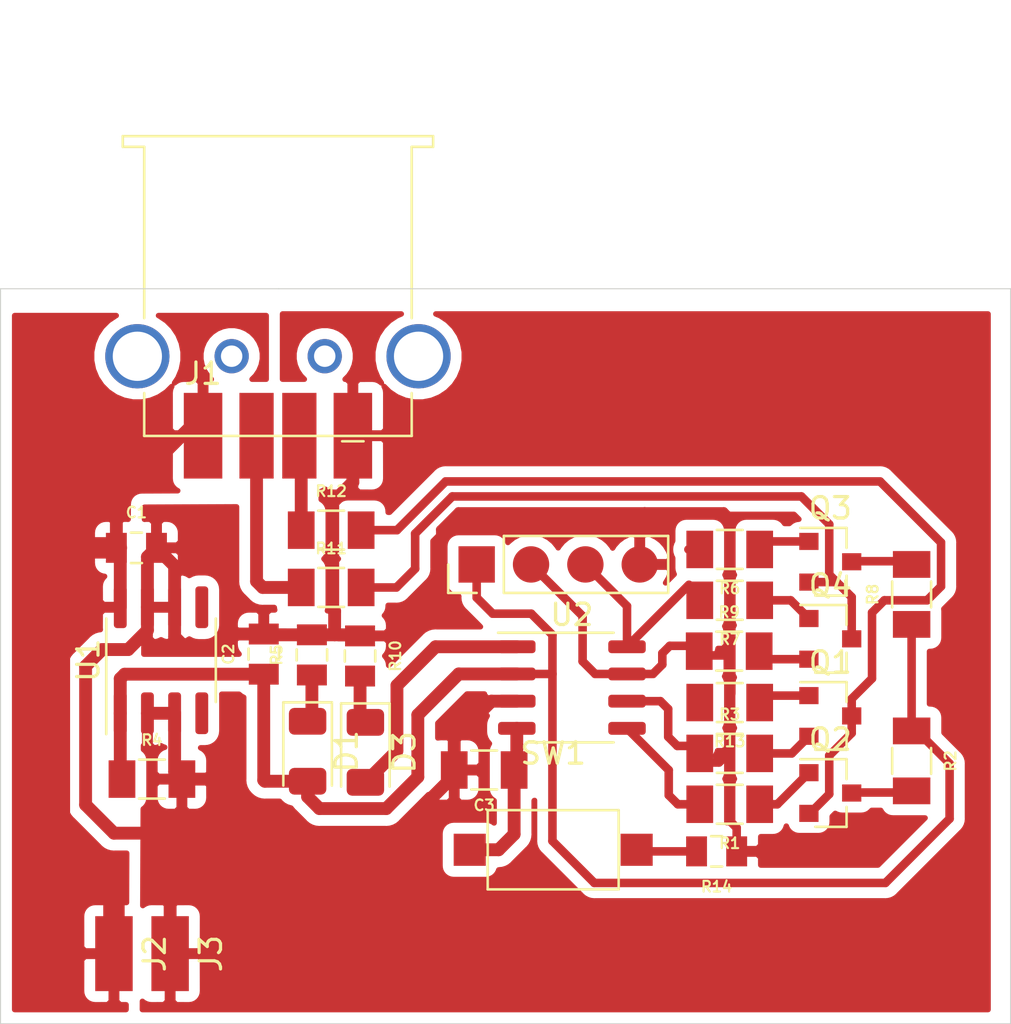
<source format=kicad_pcb>
(kicad_pcb (version 20171130) (host pcbnew "(5.1.2)-1")

  (general
    (thickness 1.6)
    (drawings 5)
    (tracks 188)
    (zones 0)
    (modules 30)
    (nets 28)
  )

  (page A4)
  (layers
    (0 F.Cu signal)
    (31 B.Cu signal)
    (32 B.Adhes user)
    (33 F.Adhes user)
    (34 B.Paste user)
    (35 F.Paste user)
    (36 B.SilkS user)
    (37 F.SilkS user hide)
    (38 B.Mask user)
    (39 F.Mask user)
    (40 Dwgs.User user)
    (41 Cmts.User user)
    (42 Eco1.User user)
    (43 Eco2.User user)
    (44 Edge.Cuts user)
    (45 Margin user)
    (46 B.CrtYd user)
    (47 F.CrtYd user)
    (48 B.Fab user)
    (49 F.Fab user)
  )

  (setup
    (last_trace_width 0.6)
    (user_trace_width 0.4)
    (user_trace_width 0.6)
    (user_trace_width 1)
    (trace_clearance 0.3)
    (zone_clearance 0.508)
    (zone_45_only no)
    (trace_min 0.2)
    (via_size 0.8)
    (via_drill 0.4)
    (via_min_size 0.4)
    (via_min_drill 0.3)
    (uvia_size 0.3)
    (uvia_drill 0.1)
    (uvias_allowed no)
    (uvia_min_size 0.2)
    (uvia_min_drill 0.1)
    (edge_width 0.05)
    (segment_width 0.2)
    (pcb_text_width 0.3)
    (pcb_text_size 1.5 1.5)
    (mod_edge_width 0.12)
    (mod_text_size 1 1)
    (mod_text_width 0.15)
    (pad_size 1.524 1.524)
    (pad_drill 0.762)
    (pad_to_mask_clearance 0.051)
    (solder_mask_min_width 0.25)
    (aux_axis_origin 0 0)
    (visible_elements 7FFFFFFF)
    (pcbplotparams
      (layerselection 0x010fc_ffffffff)
      (usegerberextensions false)
      (usegerberattributes false)
      (usegerberadvancedattributes false)
      (creategerberjobfile false)
      (excludeedgelayer true)
      (linewidth 0.100000)
      (plotframeref false)
      (viasonmask false)
      (mode 1)
      (useauxorigin false)
      (hpglpennumber 1)
      (hpglpenspeed 20)
      (hpglpendiameter 15.000000)
      (psnegative false)
      (psa4output false)
      (plotreference true)
      (plotvalue true)
      (plotinvisibletext false)
      (padsonsilk false)
      (subtractmaskfromsilk false)
      (outputformat 1)
      (mirror false)
      (drillshape 1)
      (scaleselection 1)
      (outputdirectory ""))
  )

  (net 0 "")
  (net 1 GND)
  (net 2 +12V)
  (net 3 +3V3)
  (net 4 "Net-(D1-Pad1)")
  (net 5 "Net-(D3-Pad1)")
  (net 6 "Net-(J1-Pad5)")
  (net 7 D+)
  (net 8 D-)
  (net 9 "Net-(U1-Pad5)")
  (net 10 "Net-(U1-Pad4)")
  (net 11 "Net-(Q1-Pad1)")
  (net 12 "Net-(Q1-Pad3)")
  (net 13 "Net-(R14-Pad2)")
  (net 14 4)
  (net 15 1)
  (net 16 "Net-(Q1-Pad2)")
  (net 17 "Net-(Q2-Pad3)")
  (net 18 "Net-(Q2-Pad1)")
  (net 19 "Net-(Q3-Pad3)")
  (net 20 "Net-(Q3-Pad2)")
  (net 21 "Net-(Q3-Pad1)")
  (net 22 "Net-(Q4-Pad2)")
  (net 23 "Net-(Q4-Pad1)")
  (net 24 5)
  (net 25 8)
  (net 26 7)
  (net 27 6)

  (net_class Default "To jest domyślna klasa połączeń."
    (clearance 0.3)
    (trace_width 0.25)
    (via_dia 0.8)
    (via_drill 0.4)
    (uvia_dia 0.3)
    (uvia_drill 0.1)
    (add_net +12V)
    (add_net +3V3)
    (add_net 1)
    (add_net 4)
    (add_net 5)
    (add_net 6)
    (add_net 7)
    (add_net 8)
    (add_net D+)
    (add_net D-)
    (add_net GND)
    (add_net "Net-(D1-Pad1)")
    (add_net "Net-(D3-Pad1)")
    (add_net "Net-(J1-Pad5)")
    (add_net "Net-(Q1-Pad1)")
    (add_net "Net-(Q1-Pad2)")
    (add_net "Net-(Q1-Pad3)")
    (add_net "Net-(Q2-Pad1)")
    (add_net "Net-(Q2-Pad3)")
    (add_net "Net-(Q3-Pad1)")
    (add_net "Net-(Q3-Pad2)")
    (add_net "Net-(Q3-Pad3)")
    (add_net "Net-(Q4-Pad1)")
    (add_net "Net-(Q4-Pad2)")
    (add_net "Net-(R14-Pad2)")
    (add_net "Net-(U1-Pad4)")
    (add_net "Net-(U1-Pad5)")
  )

  (module "EKOLED-Elementy pasywne:C_1206" (layer F.Cu) (tedit 5D6633F9) (tstamp 5F457B2A)
    (at 77.55 79.125 180)
    (descr "Capacitor SMD 1206 (3216 Metric), square (rectangular) end terminal, IPC_7351 nominal, (Body size source: http://www.tortai-tech.com/upload/download/2011102023233369053.pdf), generated with kicad-footprint-generator")
    (tags capacitor)
    (path /5F4CCB77)
    (attr smd)
    (fp_text reference C3 (at 0 -1.65) (layer F.SilkS)
      (effects (font (size 0.5 0.5) (thickness 0.1)))
    )
    (fp_text value C (at 0 1.65) (layer F.Fab) hide
      (effects (font (size 1 1) (thickness 0.15)))
    )
    (fp_line (start -1.6 0.8) (end -1.6 -0.8) (layer F.Fab) (width 0.1))
    (fp_line (start -1.6 -0.8) (end 1.6 -0.8) (layer F.Fab) (width 0.1))
    (fp_line (start 1.6 -0.8) (end 1.6 0.8) (layer F.Fab) (width 0.1))
    (fp_line (start 1.6 0.8) (end -1.6 0.8) (layer F.Fab) (width 0.1))
    (fp_line (start -0.602064 -0.91) (end 0.602064 -0.91) (layer F.SilkS) (width 0.12))
    (fp_line (start -0.602064 0.91) (end 0.602064 0.91) (layer F.SilkS) (width 0.12))
    (fp_line (start -2.28 1.12) (end -2.28 -1.12) (layer F.CrtYd) (width 0.05))
    (fp_line (start -2.28 -1.12) (end 2.28 -1.12) (layer F.CrtYd) (width 0.05))
    (fp_line (start 2.28 -1.12) (end 2.28 1.12) (layer F.CrtYd) (width 0.05))
    (fp_line (start 2.28 1.12) (end -2.28 1.12) (layer F.CrtYd) (width 0.05))
    (fp_text user %R (at 0 0) (layer F.Fab)
      (effects (font (size 0.5 0.5) (thickness 0.08)))
    )
    (pad 1 smd rect (at -1.4 0 180) (size 1.25 1.75) (layers F.Cu F.Paste F.Mask)
      (net 14 4))
    (pad 2 smd rect (at 1.4 0 180) (size 1.25 1.75) (layers F.Cu F.Paste F.Mask)
      (net 1 GND))
    (model "${BIBLIOTEKI}/Elementy pasywne/Modele3D/C_1206_3216Metric.step"
      (at (xyz 0 0 0))
      (scale (xyz 1 1 1))
      (rotate (xyz 0 0 0))
    )
  )

  (module "EKOLED-Złącza i przełączniki:PinHeader_1x04_P2.54mm" (layer F.Cu) (tedit 5DA6B3A3) (tstamp 5F46ED9C)
    (at 77.2 69.525 90)
    (descr "STM8 prog")
    (path /5F4AEA8E)
    (attr virtual)
    (fp_text reference J4 (at 0 -2.33 90) (layer F.SilkS) hide
      (effects (font (size 1 1) (thickness 0.15)))
    )
    (fp_text value Conn_01x04 (at 0 9.95 90) (layer F.Fab) hide
      (effects (font (size 1 1) (thickness 0.15)))
    )
    (fp_line (start -0.635 -1.27) (end 1.27 -1.27) (layer F.Fab) (width 0.1))
    (fp_line (start 1.27 -1.27) (end 1.27 8.89) (layer F.Fab) (width 0.1))
    (fp_line (start 1.27 8.89) (end -1.27 8.89) (layer F.Fab) (width 0.1))
    (fp_line (start -1.27 8.89) (end -1.27 -0.635) (layer F.Fab) (width 0.1))
    (fp_line (start -1.27 -0.635) (end -0.635 -1.27) (layer F.Fab) (width 0.1))
    (fp_line (start -1.33 8.95) (end 1.33 8.95) (layer F.SilkS) (width 0.12))
    (fp_line (start -1.33 1.27) (end -1.33 8.95) (layer F.SilkS) (width 0.12))
    (fp_line (start 1.33 1.27) (end 1.33 8.95) (layer F.SilkS) (width 0.12))
    (fp_line (start -1.33 1.27) (end 1.33 1.27) (layer F.SilkS) (width 0.12))
    (fp_line (start -1.33 0) (end -1.33 -1.33) (layer F.SilkS) (width 0.12))
    (fp_line (start -1.33 -1.33) (end 0 -1.33) (layer F.SilkS) (width 0.12))
    (fp_line (start -1.8 -1.8) (end -1.8 9.4) (layer F.CrtYd) (width 0.05))
    (fp_line (start -1.8 9.4) (end 1.8 9.4) (layer F.CrtYd) (width 0.05))
    (fp_line (start 1.8 9.4) (end 1.8 -1.8) (layer F.CrtYd) (width 0.05))
    (fp_line (start 1.8 -1.8) (end -1.8 -1.8) (layer F.CrtYd) (width 0.05))
    (fp_text user %R (at 0 3.81) (layer F.Fab) hide
      (effects (font (size 1 1) (thickness 0.15)))
    )
    (pad 1 smd rect (at 0 0 90) (size 1.7 1.7) (layers F.Cu F.Mask)
      (net 3 +3V3))
    (pad 2 smd oval (at 0 2.54 90) (size 1.7 1.7) (layers F.Cu F.Mask)
      (net 26 7))
    (pad 3 smd oval (at 0 5.08 90) (size 1.7 1.7) (layers F.Cu F.Mask)
      (net 25 8))
    (pad 4 smd oval (at 0 7.62 90) (size 1.7 1.7) (layers F.Cu F.Mask)
      (net 1 GND))
  )

  (module Package_SO:SO-8_3.9x4.9mm_P1.27mm (layer F.Cu) (tedit 5C509AD1) (tstamp 5F463F32)
    (at 81.65 75.275)
    (descr "SO, 8 Pin (https://www.nxp.com/docs/en/data-sheet/PCF8523.pdf), generated with kicad-footprint-generator ipc_gullwing_generator.py")
    (tags "SO SO")
    (path /5F46967E)
    (attr smd)
    (fp_text reference U2 (at 0 -3.4) (layer F.SilkS)
      (effects (font (size 1 1) (thickness 0.15)))
    )
    (fp_text value STM32G030J6 (at 0 3.4) (layer F.Fab)
      (effects (font (size 1 1) (thickness 0.15)))
    )
    (fp_text user %R (at 0 0) (layer F.Fab)
      (effects (font (size 0.98 0.98) (thickness 0.15)))
    )
    (fp_line (start 3.7 -2.7) (end -3.7 -2.7) (layer F.CrtYd) (width 0.05))
    (fp_line (start 3.7 2.7) (end 3.7 -2.7) (layer F.CrtYd) (width 0.05))
    (fp_line (start -3.7 2.7) (end 3.7 2.7) (layer F.CrtYd) (width 0.05))
    (fp_line (start -3.7 -2.7) (end -3.7 2.7) (layer F.CrtYd) (width 0.05))
    (fp_line (start -1.95 -1.475) (end -0.975 -2.45) (layer F.Fab) (width 0.1))
    (fp_line (start -1.95 2.45) (end -1.95 -1.475) (layer F.Fab) (width 0.1))
    (fp_line (start 1.95 2.45) (end -1.95 2.45) (layer F.Fab) (width 0.1))
    (fp_line (start 1.95 -2.45) (end 1.95 2.45) (layer F.Fab) (width 0.1))
    (fp_line (start -0.975 -2.45) (end 1.95 -2.45) (layer F.Fab) (width 0.1))
    (fp_line (start 0 -2.56) (end -3.45 -2.56) (layer F.SilkS) (width 0.12))
    (fp_line (start 0 -2.56) (end 1.95 -2.56) (layer F.SilkS) (width 0.12))
    (fp_line (start 0 2.56) (end -1.95 2.56) (layer F.SilkS) (width 0.12))
    (fp_line (start 0 2.56) (end 1.95 2.56) (layer F.SilkS) (width 0.12))
    (pad 8 smd roundrect (at 2.575 -1.905) (size 1.75 0.6) (layers F.Cu F.Paste F.Mask) (roundrect_rratio 0.25)
      (net 25 8))
    (pad 7 smd roundrect (at 2.575 -0.635) (size 1.75 0.6) (layers F.Cu F.Paste F.Mask) (roundrect_rratio 0.25)
      (net 26 7))
    (pad 6 smd roundrect (at 2.575 0.635) (size 1.75 0.6) (layers F.Cu F.Paste F.Mask) (roundrect_rratio 0.25)
      (net 27 6))
    (pad 5 smd roundrect (at 2.575 1.905) (size 1.75 0.6) (layers F.Cu F.Paste F.Mask) (roundrect_rratio 0.25)
      (net 24 5))
    (pad 4 smd roundrect (at -2.575 1.905) (size 1.75 0.6) (layers F.Cu F.Paste F.Mask) (roundrect_rratio 0.25)
      (net 14 4))
    (pad 3 smd roundrect (at -2.575 0.635) (size 1.75 0.6) (layers F.Cu F.Paste F.Mask) (roundrect_rratio 0.25)
      (net 1 GND))
    (pad 2 smd roundrect (at -2.575 -0.635) (size 1.75 0.6) (layers F.Cu F.Paste F.Mask) (roundrect_rratio 0.25)
      (net 3 +3V3))
    (pad 1 smd roundrect (at -2.575 -1.905) (size 1.75 0.6) (layers F.Cu F.Paste F.Mask) (roundrect_rratio 0.25)
      (net 15 1))
    (model ${KISYS3DMOD}/Package_SO.3dshapes/SO-8_3.9x4.9mm_P1.27mm.wrl
      (at (xyz 0 0 0))
      (scale (xyz 1 1 1))
      (rotate (xyz 0 0 0))
    )
  )

  (module "EKOLED-Elementy pasywne:R_1206" (layer F.Cu) (tedit 5DA6FCB1) (tstamp 5F463E72)
    (at 70.4 67.925)
    (descr "Resistor SMD 1206 (3216 Metric), square (rectangular) end terminal, IPC_7351 nominal, (Body size source: http://www.tortai-tech.com/upload/download/2011102023233369053.pdf), generated with kicad-footprint-generator")
    (tags resistor)
    (path /5F4D4CAC)
    (attr smd)
    (fp_text reference R12 (at 0 -1.82) (layer F.SilkS)
      (effects (font (size 0.5 0.5) (thickness 0.1)))
    )
    (fp_text value 0R (at 0 1.82) (layer F.Fab) hide
      (effects (font (size 1 1) (thickness 0.15)))
    )
    (fp_text user %R (at 0 0) (layer F.Fab)
      (effects (font (size 0.8 0.8) (thickness 0.12)))
    )
    (fp_line (start 2.28 1.12) (end -2.28 1.12) (layer F.CrtYd) (width 0.05))
    (fp_line (start 2.28 -1.12) (end 2.28 1.12) (layer F.CrtYd) (width 0.05))
    (fp_line (start -2.28 -1.12) (end 2.28 -1.12) (layer F.CrtYd) (width 0.05))
    (fp_line (start -2.28 1.12) (end -2.28 -1.12) (layer F.CrtYd) (width 0.05))
    (fp_line (start -0.602064 0.91) (end 0.602064 0.91) (layer F.SilkS) (width 0.12))
    (fp_line (start -0.602064 -0.91) (end 0.602064 -0.91) (layer F.SilkS) (width 0.12))
    (fp_line (start 1.6 0.8) (end -1.6 0.8) (layer F.Fab) (width 0.1))
    (fp_line (start 1.6 -0.8) (end 1.6 0.8) (layer F.Fab) (width 0.1))
    (fp_line (start -1.6 -0.8) (end 1.6 -0.8) (layer F.Fab) (width 0.1))
    (fp_line (start -1.6 0.8) (end -1.6 -0.8) (layer F.Fab) (width 0.1))
    (pad 2 smd rect (at 1.4 0) (size 1.25 1.75) (layers F.Cu F.Paste F.Mask)
      (net 12 "Net-(Q1-Pad3)"))
    (pad 1 smd rect (at -1.4 0) (size 1.25 1.75) (layers F.Cu F.Paste F.Mask)
      (net 7 D+))
    (model "${BIBLIOTEKI}/Elementy pasywne/Modele3D/R_1206_3216Metric.wrl"
      (at (xyz 0 0 0))
      (scale (xyz 1 1 1))
      (rotate (xyz 0 0 0))
    )
  )

  (module "EKOLED-Elementy pasywne:R_1206" (layer F.Cu) (tedit 5DA6FCB1) (tstamp 5F4653D6)
    (at 89 73.575)
    (descr "Resistor SMD 1206 (3216 Metric), square (rectangular) end terminal, IPC_7351 nominal, (Body size source: http://www.tortai-tech.com/upload/download/2011102023233369053.pdf), generated with kicad-footprint-generator")
    (tags resistor)
    (path /5F4D4C94)
    (attr smd)
    (fp_text reference R9 (at 0 -1.82) (layer F.SilkS)
      (effects (font (size 0.5 0.5) (thickness 0.1)))
    )
    (fp_text value 2K (at 0 1.82) (layer F.Fab) hide
      (effects (font (size 1 1) (thickness 0.15)))
    )
    (fp_text user %R (at 0 0) (layer F.Fab)
      (effects (font (size 0.8 0.8) (thickness 0.12)))
    )
    (fp_line (start 2.28 1.12) (end -2.28 1.12) (layer F.CrtYd) (width 0.05))
    (fp_line (start 2.28 -1.12) (end 2.28 1.12) (layer F.CrtYd) (width 0.05))
    (fp_line (start -2.28 -1.12) (end 2.28 -1.12) (layer F.CrtYd) (width 0.05))
    (fp_line (start -2.28 1.12) (end -2.28 -1.12) (layer F.CrtYd) (width 0.05))
    (fp_line (start -0.602064 0.91) (end 0.602064 0.91) (layer F.SilkS) (width 0.12))
    (fp_line (start -0.602064 -0.91) (end 0.602064 -0.91) (layer F.SilkS) (width 0.12))
    (fp_line (start 1.6 0.8) (end -1.6 0.8) (layer F.Fab) (width 0.1))
    (fp_line (start 1.6 -0.8) (end 1.6 0.8) (layer F.Fab) (width 0.1))
    (fp_line (start -1.6 -0.8) (end 1.6 -0.8) (layer F.Fab) (width 0.1))
    (fp_line (start -1.6 0.8) (end -1.6 -0.8) (layer F.Fab) (width 0.1))
    (pad 2 smd rect (at 1.4 0) (size 1.25 1.75) (layers F.Cu F.Paste F.Mask)
      (net 22 "Net-(Q4-Pad2)"))
    (pad 1 smd rect (at -1.4 0) (size 1.25 1.75) (layers F.Cu F.Paste F.Mask)
      (net 1 GND))
    (model "${BIBLIOTEKI}/Elementy pasywne/Modele3D/R_1206_3216Metric.wrl"
      (at (xyz 0 0 0))
      (scale (xyz 1 1 1))
      (rotate (xyz 0 0 0))
    )
  )

  (module "EKOLED-Elementy pasywne:R_1206" (layer F.Cu) (tedit 5DA6FCB1) (tstamp 5F463E10)
    (at 97.525 70.925 90)
    (descr "Resistor SMD 1206 (3216 Metric), square (rectangular) end terminal, IPC_7351 nominal, (Body size source: http://www.tortai-tech.com/upload/download/2011102023233369053.pdf), generated with kicad-footprint-generator")
    (tags resistor)
    (path /5F4D4C9A)
    (attr smd)
    (fp_text reference R8 (at 0 -1.82 90) (layer F.SilkS)
      (effects (font (size 0.5 0.5) (thickness 0.1)))
    )
    (fp_text value 10K (at 0 1.82 90) (layer F.Fab) hide
      (effects (font (size 1 1) (thickness 0.15)))
    )
    (fp_text user %R (at 0 0 90) (layer F.Fab)
      (effects (font (size 0.8 0.8) (thickness 0.12)))
    )
    (fp_line (start 2.28 1.12) (end -2.28 1.12) (layer F.CrtYd) (width 0.05))
    (fp_line (start 2.28 -1.12) (end 2.28 1.12) (layer F.CrtYd) (width 0.05))
    (fp_line (start -2.28 -1.12) (end 2.28 -1.12) (layer F.CrtYd) (width 0.05))
    (fp_line (start -2.28 1.12) (end -2.28 -1.12) (layer F.CrtYd) (width 0.05))
    (fp_line (start -0.602064 0.91) (end 0.602064 0.91) (layer F.SilkS) (width 0.12))
    (fp_line (start -0.602064 -0.91) (end 0.602064 -0.91) (layer F.SilkS) (width 0.12))
    (fp_line (start 1.6 0.8) (end -1.6 0.8) (layer F.Fab) (width 0.1))
    (fp_line (start 1.6 -0.8) (end 1.6 0.8) (layer F.Fab) (width 0.1))
    (fp_line (start -1.6 -0.8) (end 1.6 -0.8) (layer F.Fab) (width 0.1))
    (fp_line (start -1.6 0.8) (end -1.6 -0.8) (layer F.Fab) (width 0.1))
    (pad 2 smd rect (at 1.4 0 90) (size 1.25 1.75) (layers F.Cu F.Paste F.Mask)
      (net 19 "Net-(Q3-Pad3)"))
    (pad 1 smd rect (at -1.4 0 90) (size 1.25 1.75) (layers F.Cu F.Paste F.Mask)
      (net 3 +3V3))
    (model "${BIBLIOTEKI}/Elementy pasywne/Modele3D/R_1206_3216Metric.wrl"
      (at (xyz 0 0 0))
      (scale (xyz 1 1 1))
      (rotate (xyz 0 0 0))
    )
  )

  (module "EKOLED-Elementy pasywne:R_1206" (layer F.Cu) (tedit 5DA6FCB1) (tstamp 5F463DFF)
    (at 89.025 71.2 180)
    (descr "Resistor SMD 1206 (3216 Metric), square (rectangular) end terminal, IPC_7351 nominal, (Body size source: http://www.tortai-tech.com/upload/download/2011102023233369053.pdf), generated with kicad-footprint-generator")
    (tags resistor)
    (path /5F4D4CBD)
    (attr smd)
    (fp_text reference R7 (at 0 -1.82) (layer F.SilkS)
      (effects (font (size 0.5 0.5) (thickness 0.1)))
    )
    (fp_text value 1K (at 0 1.82) (layer F.Fab) hide
      (effects (font (size 1 1) (thickness 0.15)))
    )
    (fp_text user %R (at 0 0) (layer F.Fab)
      (effects (font (size 0.8 0.8) (thickness 0.12)))
    )
    (fp_line (start 2.28 1.12) (end -2.28 1.12) (layer F.CrtYd) (width 0.05))
    (fp_line (start 2.28 -1.12) (end 2.28 1.12) (layer F.CrtYd) (width 0.05))
    (fp_line (start -2.28 -1.12) (end 2.28 -1.12) (layer F.CrtYd) (width 0.05))
    (fp_line (start -2.28 1.12) (end -2.28 -1.12) (layer F.CrtYd) (width 0.05))
    (fp_line (start -0.602064 0.91) (end 0.602064 0.91) (layer F.SilkS) (width 0.12))
    (fp_line (start -0.602064 -0.91) (end 0.602064 -0.91) (layer F.SilkS) (width 0.12))
    (fp_line (start 1.6 0.8) (end -1.6 0.8) (layer F.Fab) (width 0.1))
    (fp_line (start 1.6 -0.8) (end 1.6 0.8) (layer F.Fab) (width 0.1))
    (fp_line (start -1.6 -0.8) (end 1.6 -0.8) (layer F.Fab) (width 0.1))
    (fp_line (start -1.6 0.8) (end -1.6 -0.8) (layer F.Fab) (width 0.1))
    (pad 2 smd rect (at 1.4 0 180) (size 1.25 1.75) (layers F.Cu F.Paste F.Mask)
      (net 26 7))
    (pad 1 smd rect (at -1.4 0 180) (size 1.25 1.75) (layers F.Cu F.Paste F.Mask)
      (net 23 "Net-(Q4-Pad1)"))
    (model "${BIBLIOTEKI}/Elementy pasywne/Modele3D/R_1206_3216Metric.wrl"
      (at (xyz 0 0 0))
      (scale (xyz 1 1 1))
      (rotate (xyz 0 0 0))
    )
  )

  (module "EKOLED-Elementy pasywne:R_1206" (layer F.Cu) (tedit 5DA6FCB1) (tstamp 5F463DEE)
    (at 89.025 68.825 180)
    (descr "Resistor SMD 1206 (3216 Metric), square (rectangular) end terminal, IPC_7351 nominal, (Body size source: http://www.tortai-tech.com/upload/download/2011102023233369053.pdf), generated with kicad-footprint-generator")
    (tags resistor)
    (path /5F4D4CCD)
    (attr smd)
    (fp_text reference R6 (at 0 -1.82) (layer F.SilkS)
      (effects (font (size 0.5 0.5) (thickness 0.1)))
    )
    (fp_text value 1K (at 0 1.82) (layer F.Fab) hide
      (effects (font (size 1 1) (thickness 0.15)))
    )
    (fp_text user %R (at 0 0) (layer F.Fab)
      (effects (font (size 0.8 0.8) (thickness 0.12)))
    )
    (fp_line (start 2.28 1.12) (end -2.28 1.12) (layer F.CrtYd) (width 0.05))
    (fp_line (start 2.28 -1.12) (end 2.28 1.12) (layer F.CrtYd) (width 0.05))
    (fp_line (start -2.28 -1.12) (end 2.28 -1.12) (layer F.CrtYd) (width 0.05))
    (fp_line (start -2.28 1.12) (end -2.28 -1.12) (layer F.CrtYd) (width 0.05))
    (fp_line (start -0.602064 0.91) (end 0.602064 0.91) (layer F.SilkS) (width 0.12))
    (fp_line (start -0.602064 -0.91) (end 0.602064 -0.91) (layer F.SilkS) (width 0.12))
    (fp_line (start 1.6 0.8) (end -1.6 0.8) (layer F.Fab) (width 0.1))
    (fp_line (start 1.6 -0.8) (end 1.6 0.8) (layer F.Fab) (width 0.1))
    (fp_line (start -1.6 -0.8) (end 1.6 -0.8) (layer F.Fab) (width 0.1))
    (fp_line (start -1.6 0.8) (end -1.6 -0.8) (layer F.Fab) (width 0.1))
    (pad 2 smd rect (at 1.4 0 180) (size 1.25 1.75) (layers F.Cu F.Paste F.Mask)
      (net 25 8))
    (pad 1 smd rect (at -1.4 0 180) (size 1.25 1.75) (layers F.Cu F.Paste F.Mask)
      (net 21 "Net-(Q3-Pad1)"))
    (model "${BIBLIOTEKI}/Elementy pasywne/Modele3D/R_1206_3216Metric.wrl"
      (at (xyz 0 0 0))
      (scale (xyz 1 1 1))
      (rotate (xyz 0 0 0))
    )
  )

  (module "EKOLED-Elementy pasywne:R_1206" (layer F.Cu) (tedit 5DA6FCB1) (tstamp 5F463DBD)
    (at 62.025 79.55)
    (descr "Resistor SMD 1206 (3216 Metric), square (rectangular) end terminal, IPC_7351 nominal, (Body size source: http://www.tortai-tech.com/upload/download/2011102023233369053.pdf), generated with kicad-footprint-generator")
    (tags resistor)
    (path /5F475354)
    (attr smd)
    (fp_text reference R4 (at 0 -1.82) (layer F.SilkS)
      (effects (font (size 0.5 0.5) (thickness 0.1)))
    )
    (fp_text value 100R (at 0 1.82) (layer F.Fab) hide
      (effects (font (size 1 1) (thickness 0.15)))
    )
    (fp_text user %R (at 0 0) (layer F.Fab)
      (effects (font (size 0.8 0.8) (thickness 0.12)))
    )
    (fp_line (start 2.28 1.12) (end -2.28 1.12) (layer F.CrtYd) (width 0.05))
    (fp_line (start 2.28 -1.12) (end 2.28 1.12) (layer F.CrtYd) (width 0.05))
    (fp_line (start -2.28 -1.12) (end 2.28 -1.12) (layer F.CrtYd) (width 0.05))
    (fp_line (start -2.28 1.12) (end -2.28 -1.12) (layer F.CrtYd) (width 0.05))
    (fp_line (start -0.602064 0.91) (end 0.602064 0.91) (layer F.SilkS) (width 0.12))
    (fp_line (start -0.602064 -0.91) (end 0.602064 -0.91) (layer F.SilkS) (width 0.12))
    (fp_line (start 1.6 0.8) (end -1.6 0.8) (layer F.Fab) (width 0.1))
    (fp_line (start 1.6 -0.8) (end 1.6 0.8) (layer F.Fab) (width 0.1))
    (fp_line (start -1.6 -0.8) (end 1.6 -0.8) (layer F.Fab) (width 0.1))
    (fp_line (start -1.6 0.8) (end -1.6 -0.8) (layer F.Fab) (width 0.1))
    (pad 2 smd rect (at 1.4 0) (size 1.25 1.75) (layers F.Cu F.Paste F.Mask)
      (net 1 GND))
    (pad 1 smd rect (at -1.4 0) (size 1.25 1.75) (layers F.Cu F.Paste F.Mask)
      (net 3 +3V3))
    (model "${BIBLIOTEKI}/Elementy pasywne/Modele3D/R_1206_3216Metric.wrl"
      (at (xyz 0 0 0))
      (scale (xyz 1 1 1))
      (rotate (xyz 0 0 0))
    )
  )

  (module "EKOLED-Elementy pasywne:R_1206" (layer F.Cu) (tedit 5DA6FCB1) (tstamp 5F463D7D)
    (at 89.025 80.725 180)
    (descr "Resistor SMD 1206 (3216 Metric), square (rectangular) end terminal, IPC_7351 nominal, (Body size source: http://www.tortai-tech.com/upload/download/2011102023233369053.pdf), generated with kicad-footprint-generator")
    (tags resistor)
    (path /5F4B8BCF)
    (attr smd)
    (fp_text reference R1 (at 0 -1.82) (layer F.SilkS)
      (effects (font (size 0.5 0.5) (thickness 0.1)))
    )
    (fp_text value 1K (at 0 1.82) (layer F.Fab) hide
      (effects (font (size 1 1) (thickness 0.15)))
    )
    (fp_text user %R (at 0 0) (layer F.Fab)
      (effects (font (size 0.8 0.8) (thickness 0.12)))
    )
    (fp_line (start 2.28 1.12) (end -2.28 1.12) (layer F.CrtYd) (width 0.05))
    (fp_line (start 2.28 -1.12) (end 2.28 1.12) (layer F.CrtYd) (width 0.05))
    (fp_line (start -2.28 -1.12) (end 2.28 -1.12) (layer F.CrtYd) (width 0.05))
    (fp_line (start -2.28 1.12) (end -2.28 -1.12) (layer F.CrtYd) (width 0.05))
    (fp_line (start -0.602064 0.91) (end 0.602064 0.91) (layer F.SilkS) (width 0.12))
    (fp_line (start -0.602064 -0.91) (end 0.602064 -0.91) (layer F.SilkS) (width 0.12))
    (fp_line (start 1.6 0.8) (end -1.6 0.8) (layer F.Fab) (width 0.1))
    (fp_line (start 1.6 -0.8) (end 1.6 0.8) (layer F.Fab) (width 0.1))
    (fp_line (start -1.6 -0.8) (end 1.6 -0.8) (layer F.Fab) (width 0.1))
    (fp_line (start -1.6 0.8) (end -1.6 -0.8) (layer F.Fab) (width 0.1))
    (pad 2 smd rect (at 1.4 0 180) (size 1.25 1.75) (layers F.Cu F.Paste F.Mask)
      (net 24 5))
    (pad 1 smd rect (at -1.4 0 180) (size 1.25 1.75) (layers F.Cu F.Paste F.Mask)
      (net 18 "Net-(Q2-Pad1)"))
    (model "${BIBLIOTEKI}/Elementy pasywne/Modele3D/R_1206_3216Metric.wrl"
      (at (xyz 0 0 0))
      (scale (xyz 1 1 1))
      (rotate (xyz 0 0 0))
    )
  )

  (module Package_TO_SOT_SMD:SOT-23 (layer F.Cu) (tedit 5A02FF57) (tstamp 5F463D6C)
    (at 93.725 73)
    (descr "SOT-23, Standard")
    (tags SOT-23)
    (path /5F4D4CB3)
    (attr smd)
    (fp_text reference Q4 (at 0 -2.5) (layer F.SilkS)
      (effects (font (size 1 1) (thickness 0.15)))
    )
    (fp_text value IRLML2060 (at 0 2.5) (layer F.Fab)
      (effects (font (size 1 1) (thickness 0.15)))
    )
    (fp_line (start 0.76 1.58) (end -0.7 1.58) (layer F.SilkS) (width 0.12))
    (fp_line (start 0.76 -1.58) (end -1.4 -1.58) (layer F.SilkS) (width 0.12))
    (fp_line (start -1.7 1.75) (end -1.7 -1.75) (layer F.CrtYd) (width 0.05))
    (fp_line (start 1.7 1.75) (end -1.7 1.75) (layer F.CrtYd) (width 0.05))
    (fp_line (start 1.7 -1.75) (end 1.7 1.75) (layer F.CrtYd) (width 0.05))
    (fp_line (start -1.7 -1.75) (end 1.7 -1.75) (layer F.CrtYd) (width 0.05))
    (fp_line (start 0.76 -1.58) (end 0.76 -0.65) (layer F.SilkS) (width 0.12))
    (fp_line (start 0.76 1.58) (end 0.76 0.65) (layer F.SilkS) (width 0.12))
    (fp_line (start -0.7 1.52) (end 0.7 1.52) (layer F.Fab) (width 0.1))
    (fp_line (start 0.7 -1.52) (end 0.7 1.52) (layer F.Fab) (width 0.1))
    (fp_line (start -0.7 -0.95) (end -0.15 -1.52) (layer F.Fab) (width 0.1))
    (fp_line (start -0.15 -1.52) (end 0.7 -1.52) (layer F.Fab) (width 0.1))
    (fp_line (start -0.7 -0.95) (end -0.7 1.5) (layer F.Fab) (width 0.1))
    (fp_text user %R (at 0 0 90) (layer F.Fab)
      (effects (font (size 0.5 0.5) (thickness 0.075)))
    )
    (pad 3 smd rect (at 1 0) (size 0.9 0.8) (layers F.Cu F.Paste F.Mask)
      (net 20 "Net-(Q3-Pad2)"))
    (pad 2 smd rect (at -1 0.95) (size 0.9 0.8) (layers F.Cu F.Paste F.Mask)
      (net 22 "Net-(Q4-Pad2)"))
    (pad 1 smd rect (at -1 -0.95) (size 0.9 0.8) (layers F.Cu F.Paste F.Mask)
      (net 23 "Net-(Q4-Pad1)"))
    (model ${KISYS3DMOD}/Package_TO_SOT_SMD.3dshapes/SOT-23.wrl
      (at (xyz 0 0 0))
      (scale (xyz 1 1 1))
      (rotate (xyz 0 0 0))
    )
  )

  (module Package_TO_SOT_SMD:SOT-23 (layer F.Cu) (tedit 5A02FF57) (tstamp 5F463D57)
    (at 93.725 69.4)
    (descr "SOT-23, Standard")
    (tags SOT-23)
    (path /5F4D4CC5)
    (attr smd)
    (fp_text reference Q3 (at 0 -2.5) (layer F.SilkS)
      (effects (font (size 1 1) (thickness 0.15)))
    )
    (fp_text value IRLML2060 (at 0 2.5) (layer F.Fab)
      (effects (font (size 1 1) (thickness 0.15)))
    )
    (fp_line (start 0.76 1.58) (end -0.7 1.58) (layer F.SilkS) (width 0.12))
    (fp_line (start 0.76 -1.58) (end -1.4 -1.58) (layer F.SilkS) (width 0.12))
    (fp_line (start -1.7 1.75) (end -1.7 -1.75) (layer F.CrtYd) (width 0.05))
    (fp_line (start 1.7 1.75) (end -1.7 1.75) (layer F.CrtYd) (width 0.05))
    (fp_line (start 1.7 -1.75) (end 1.7 1.75) (layer F.CrtYd) (width 0.05))
    (fp_line (start -1.7 -1.75) (end 1.7 -1.75) (layer F.CrtYd) (width 0.05))
    (fp_line (start 0.76 -1.58) (end 0.76 -0.65) (layer F.SilkS) (width 0.12))
    (fp_line (start 0.76 1.58) (end 0.76 0.65) (layer F.SilkS) (width 0.12))
    (fp_line (start -0.7 1.52) (end 0.7 1.52) (layer F.Fab) (width 0.1))
    (fp_line (start 0.7 -1.52) (end 0.7 1.52) (layer F.Fab) (width 0.1))
    (fp_line (start -0.7 -0.95) (end -0.15 -1.52) (layer F.Fab) (width 0.1))
    (fp_line (start -0.15 -1.52) (end 0.7 -1.52) (layer F.Fab) (width 0.1))
    (fp_line (start -0.7 -0.95) (end -0.7 1.5) (layer F.Fab) (width 0.1))
    (fp_text user %R (at 0 0 90) (layer F.Fab)
      (effects (font (size 0.5 0.5) (thickness 0.075)))
    )
    (pad 3 smd rect (at 1 0) (size 0.9 0.8) (layers F.Cu F.Paste F.Mask)
      (net 19 "Net-(Q3-Pad3)"))
    (pad 2 smd rect (at -1 0.95) (size 0.9 0.8) (layers F.Cu F.Paste F.Mask)
      (net 20 "Net-(Q3-Pad2)"))
    (pad 1 smd rect (at -1 -0.95) (size 0.9 0.8) (layers F.Cu F.Paste F.Mask)
      (net 21 "Net-(Q3-Pad1)"))
    (model ${KISYS3DMOD}/Package_TO_SOT_SMD.3dshapes/SOT-23.wrl
      (at (xyz 0 0 0))
      (scale (xyz 1 1 1))
      (rotate (xyz 0 0 0))
    )
  )

  (module Package_TO_SOT_SMD:SOT-23 (layer F.Cu) (tedit 5A02FF57) (tstamp 5F463D42)
    (at 93.725 80.2)
    (descr "SOT-23, Standard")
    (tags SOT-23)
    (path /5F4B8BC7)
    (attr smd)
    (fp_text reference Q2 (at 0 -2.5) (layer F.SilkS)
      (effects (font (size 1 1) (thickness 0.15)))
    )
    (fp_text value IRLML2060 (at 0 2.5) (layer F.Fab)
      (effects (font (size 1 1) (thickness 0.15)))
    )
    (fp_line (start 0.76 1.58) (end -0.7 1.58) (layer F.SilkS) (width 0.12))
    (fp_line (start 0.76 -1.58) (end -1.4 -1.58) (layer F.SilkS) (width 0.12))
    (fp_line (start -1.7 1.75) (end -1.7 -1.75) (layer F.CrtYd) (width 0.05))
    (fp_line (start 1.7 1.75) (end -1.7 1.75) (layer F.CrtYd) (width 0.05))
    (fp_line (start 1.7 -1.75) (end 1.7 1.75) (layer F.CrtYd) (width 0.05))
    (fp_line (start -1.7 -1.75) (end 1.7 -1.75) (layer F.CrtYd) (width 0.05))
    (fp_line (start 0.76 -1.58) (end 0.76 -0.65) (layer F.SilkS) (width 0.12))
    (fp_line (start 0.76 1.58) (end 0.76 0.65) (layer F.SilkS) (width 0.12))
    (fp_line (start -0.7 1.52) (end 0.7 1.52) (layer F.Fab) (width 0.1))
    (fp_line (start 0.7 -1.52) (end 0.7 1.52) (layer F.Fab) (width 0.1))
    (fp_line (start -0.7 -0.95) (end -0.15 -1.52) (layer F.Fab) (width 0.1))
    (fp_line (start -0.15 -1.52) (end 0.7 -1.52) (layer F.Fab) (width 0.1))
    (fp_line (start -0.7 -0.95) (end -0.7 1.5) (layer F.Fab) (width 0.1))
    (fp_text user %R (at 0 0 90) (layer F.Fab)
      (effects (font (size 0.5 0.5) (thickness 0.075)))
    )
    (pad 3 smd rect (at 1 0) (size 0.9 0.8) (layers F.Cu F.Paste F.Mask)
      (net 17 "Net-(Q2-Pad3)"))
    (pad 2 smd rect (at -1 0.95) (size 0.9 0.8) (layers F.Cu F.Paste F.Mask)
      (net 12 "Net-(Q1-Pad3)"))
    (pad 1 smd rect (at -1 -0.95) (size 0.9 0.8) (layers F.Cu F.Paste F.Mask)
      (net 18 "Net-(Q2-Pad1)"))
    (model ${KISYS3DMOD}/Package_TO_SOT_SMD.3dshapes/SOT-23.wrl
      (at (xyz 0 0 0))
      (scale (xyz 1 1 1))
      (rotate (xyz 0 0 0))
    )
  )

  (module "EKOLED-Elementy pasywne:R_0805" (layer F.Cu) (tedit 5D66343E) (tstamp 5F4579AF)
    (at 88.4125 82.925 180)
    (descr "Resistor SMD 0805 (2012 Metric), square (rectangular) end terminal, IPC_7351 nominal, (Body size source: https://docs.google.com/spreadsheets/d/1BsfQQcO9C6DZCsRaXUlFlo91Tg2WpOkGARC1WS5S8t0/edit?usp=sharing), generated with kicad-footprint-generator")
    (tags resistor)
    (path /5F4C75E9)
    (attr smd)
    (fp_text reference R14 (at 0 -1.65) (layer F.SilkS)
      (effects (font (size 0.5 0.5) (thickness 0.1)))
    )
    (fp_text value R (at 0 1.65) (layer F.Fab) hide
      (effects (font (size 1 1) (thickness 0.15)))
    )
    (fp_text user %R (at 0 0) (layer F.Fab)
      (effects (font (size 0.5 0.5) (thickness 0.08)))
    )
    (fp_line (start 1.68 0.95) (end -1.68 0.95) (layer F.CrtYd) (width 0.05))
    (fp_line (start 1.68 -0.95) (end 1.68 0.95) (layer F.CrtYd) (width 0.05))
    (fp_line (start -1.68 -0.95) (end 1.68 -0.95) (layer F.CrtYd) (width 0.05))
    (fp_line (start -1.68 0.95) (end -1.68 -0.95) (layer F.CrtYd) (width 0.05))
    (fp_line (start -0.258578 0.71) (end 0.258578 0.71) (layer F.SilkS) (width 0.12))
    (fp_line (start -0.258578 -0.71) (end 0.258578 -0.71) (layer F.SilkS) (width 0.12))
    (fp_line (start 1 0.6) (end -1 0.6) (layer F.Fab) (width 0.1))
    (fp_line (start 1 -0.6) (end 1 0.6) (layer F.Fab) (width 0.1))
    (fp_line (start -1 -0.6) (end 1 -0.6) (layer F.Fab) (width 0.1))
    (fp_line (start -1 0.6) (end -1 -0.6) (layer F.Fab) (width 0.1))
    (pad 2 smd rect (at 0.9375 0 180) (size 0.975 1.4) (layers F.Cu F.Paste F.Mask)
      (net 13 "Net-(R14-Pad2)"))
    (pad 1 smd rect (at -0.9375 0 180) (size 0.975 1.4) (layers F.Cu F.Paste F.Mask)
      (net 1 GND))
    (model "${BIBLIOTEKI}/Elementy pasywne/Modele3D/R_0805_2012Metric.wrl"
      (at (xyz 0 0 0))
      (scale (xyz 1 1 1))
      (rotate (xyz 0 0 0))
    )
  )

  (module "EKOLED-Elementy pasywne:R_1206" (layer F.Cu) (tedit 5DA6FCB1) (tstamp 5F455D00)
    (at 89.025 75.975 180)
    (descr "Resistor SMD 1206 (3216 Metric), square (rectangular) end terminal, IPC_7351 nominal, (Body size source: http://www.tortai-tech.com/upload/download/2011102023233369053.pdf), generated with kicad-footprint-generator")
    (tags resistor)
    (path /5F47E2A2)
    (attr smd)
    (fp_text reference R13 (at 0 -1.82) (layer F.SilkS)
      (effects (font (size 0.5 0.5) (thickness 0.1)))
    )
    (fp_text value 1K (at 0 1.82) (layer F.Fab) hide
      (effects (font (size 1 1) (thickness 0.15)))
    )
    (fp_text user %R (at 0 0) (layer F.Fab)
      (effects (font (size 0.8 0.8) (thickness 0.12)))
    )
    (fp_line (start 2.28 1.12) (end -2.28 1.12) (layer F.CrtYd) (width 0.05))
    (fp_line (start 2.28 -1.12) (end 2.28 1.12) (layer F.CrtYd) (width 0.05))
    (fp_line (start -2.28 -1.12) (end 2.28 -1.12) (layer F.CrtYd) (width 0.05))
    (fp_line (start -2.28 1.12) (end -2.28 -1.12) (layer F.CrtYd) (width 0.05))
    (fp_line (start -0.602064 0.91) (end 0.602064 0.91) (layer F.SilkS) (width 0.12))
    (fp_line (start -0.602064 -0.91) (end 0.602064 -0.91) (layer F.SilkS) (width 0.12))
    (fp_line (start 1.6 0.8) (end -1.6 0.8) (layer F.Fab) (width 0.1))
    (fp_line (start 1.6 -0.8) (end 1.6 0.8) (layer F.Fab) (width 0.1))
    (fp_line (start -1.6 -0.8) (end 1.6 -0.8) (layer F.Fab) (width 0.1))
    (fp_line (start -1.6 0.8) (end -1.6 -0.8) (layer F.Fab) (width 0.1))
    (pad 2 smd rect (at 1.4 0 180) (size 1.25 1.75) (layers F.Cu F.Paste F.Mask)
      (net 27 6))
    (pad 1 smd rect (at -1.4 0 180) (size 1.25 1.75) (layers F.Cu F.Paste F.Mask)
      (net 11 "Net-(Q1-Pad1)"))
    (model "${BIBLIOTEKI}/Elementy pasywne/Modele3D/R_1206_3216Metric.wrl"
      (at (xyz 0 0 0))
      (scale (xyz 1 1 1))
      (rotate (xyz 0 0 0))
    )
  )

  (module Package_TO_SOT_SMD:SOT-23 (layer F.Cu) (tedit 5A02FF57) (tstamp 5F465498)
    (at 93.725 76.6)
    (descr "SOT-23, Standard")
    (tags SOT-23)
    (path /5F45E39A)
    (attr smd)
    (fp_text reference Q1 (at 0 -2.5) (layer F.SilkS)
      (effects (font (size 1 1) (thickness 0.15)))
    )
    (fp_text value IRLML2060 (at 0 2.5) (layer F.Fab)
      (effects (font (size 1 1) (thickness 0.15)))
    )
    (fp_line (start 0.76 1.58) (end -0.7 1.58) (layer F.SilkS) (width 0.12))
    (fp_line (start 0.76 -1.58) (end -1.4 -1.58) (layer F.SilkS) (width 0.12))
    (fp_line (start -1.7 1.75) (end -1.7 -1.75) (layer F.CrtYd) (width 0.05))
    (fp_line (start 1.7 1.75) (end -1.7 1.75) (layer F.CrtYd) (width 0.05))
    (fp_line (start 1.7 -1.75) (end 1.7 1.75) (layer F.CrtYd) (width 0.05))
    (fp_line (start -1.7 -1.75) (end 1.7 -1.75) (layer F.CrtYd) (width 0.05))
    (fp_line (start 0.76 -1.58) (end 0.76 -0.65) (layer F.SilkS) (width 0.12))
    (fp_line (start 0.76 1.58) (end 0.76 0.65) (layer F.SilkS) (width 0.12))
    (fp_line (start -0.7 1.52) (end 0.7 1.52) (layer F.Fab) (width 0.1))
    (fp_line (start 0.7 -1.52) (end 0.7 1.52) (layer F.Fab) (width 0.1))
    (fp_line (start -0.7 -0.95) (end -0.15 -1.52) (layer F.Fab) (width 0.1))
    (fp_line (start -0.15 -1.52) (end 0.7 -1.52) (layer F.Fab) (width 0.1))
    (fp_line (start -0.7 -0.95) (end -0.7 1.5) (layer F.Fab) (width 0.1))
    (fp_text user %R (at 0 0 90) (layer F.Fab)
      (effects (font (size 0.5 0.5) (thickness 0.075)))
    )
    (pad 3 smd rect (at 1 0) (size 0.9 0.8) (layers F.Cu F.Paste F.Mask)
      (net 12 "Net-(Q1-Pad3)"))
    (pad 2 smd rect (at -1 0.95) (size 0.9 0.8) (layers F.Cu F.Paste F.Mask)
      (net 16 "Net-(Q1-Pad2)"))
    (pad 1 smd rect (at -1 -0.95) (size 0.9 0.8) (layers F.Cu F.Paste F.Mask)
      (net 11 "Net-(Q1-Pad1)"))
    (model ${KISYS3DMOD}/Package_TO_SOT_SMD.3dshapes/SOT-23.wrl
      (at (xyz 0 0 0))
      (scale (xyz 1 1 1))
      (rotate (xyz 0 0 0))
    )
  )

  (module "EKOLED-Elementy pasywne:R_1206" (layer F.Cu) (tedit 5DA6FCB1) (tstamp 5F442ECE)
    (at 70.4 70.6)
    (descr "Resistor SMD 1206 (3216 Metric), square (rectangular) end terminal, IPC_7351 nominal, (Body size source: http://www.tortai-tech.com/upload/download/2011102023233369053.pdf), generated with kicad-footprint-generator")
    (tags resistor)
    (path /5F50FC74)
    (attr smd)
    (fp_text reference R11 (at 0 -1.82) (layer F.SilkS)
      (effects (font (size 0.5 0.5) (thickness 0.1)))
    )
    (fp_text value 0R (at 0 1.82) (layer F.Fab) hide
      (effects (font (size 1 1) (thickness 0.15)))
    )
    (fp_text user %R (at 0 0) (layer F.Fab)
      (effects (font (size 0.8 0.8) (thickness 0.12)))
    )
    (fp_line (start 2.28 1.12) (end -2.28 1.12) (layer F.CrtYd) (width 0.05))
    (fp_line (start 2.28 -1.12) (end 2.28 1.12) (layer F.CrtYd) (width 0.05))
    (fp_line (start -2.28 -1.12) (end 2.28 -1.12) (layer F.CrtYd) (width 0.05))
    (fp_line (start -2.28 1.12) (end -2.28 -1.12) (layer F.CrtYd) (width 0.05))
    (fp_line (start -0.602064 0.91) (end 0.602064 0.91) (layer F.SilkS) (width 0.12))
    (fp_line (start -0.602064 -0.91) (end 0.602064 -0.91) (layer F.SilkS) (width 0.12))
    (fp_line (start 1.6 0.8) (end -1.6 0.8) (layer F.Fab) (width 0.1))
    (fp_line (start 1.6 -0.8) (end 1.6 0.8) (layer F.Fab) (width 0.1))
    (fp_line (start -1.6 -0.8) (end 1.6 -0.8) (layer F.Fab) (width 0.1))
    (fp_line (start -1.6 0.8) (end -1.6 -0.8) (layer F.Fab) (width 0.1))
    (pad 2 smd rect (at 1.4 0) (size 1.25 1.75) (layers F.Cu F.Paste F.Mask)
      (net 20 "Net-(Q3-Pad2)"))
    (pad 1 smd rect (at -1.4 0) (size 1.25 1.75) (layers F.Cu F.Paste F.Mask)
      (net 8 D-))
    (model "${BIBLIOTEKI}/Elementy pasywne/Modele3D/R_1206_3216Metric.wrl"
      (at (xyz 0 0 0))
      (scale (xyz 1 1 1))
      (rotate (xyz 0 0 0))
    )
  )

  (module "EKOLED-Elementy pasywne:R_0805" (layer F.Cu) (tedit 5D66343E) (tstamp 5F43F5F9)
    (at 71.75 73.8 270)
    (descr "Resistor SMD 0805 (2012 Metric), square (rectangular) end terminal, IPC_7351 nominal, (Body size source: https://docs.google.com/spreadsheets/d/1BsfQQcO9C6DZCsRaXUlFlo91Tg2WpOkGARC1WS5S8t0/edit?usp=sharing), generated with kicad-footprint-generator")
    (tags resistor)
    (path /5F44C9F3)
    (attr smd)
    (fp_text reference R10 (at 0 -1.65 90) (layer F.SilkS)
      (effects (font (size 0.5 0.5) (thickness 0.1)))
    )
    (fp_text value R (at 0 1.65 90) (layer F.Fab) hide
      (effects (font (size 1 1) (thickness 0.15)))
    )
    (fp_text user %R (at 0 0 90) (layer F.Fab)
      (effects (font (size 0.5 0.5) (thickness 0.08)))
    )
    (fp_line (start 1.68 0.95) (end -1.68 0.95) (layer F.CrtYd) (width 0.05))
    (fp_line (start 1.68 -0.95) (end 1.68 0.95) (layer F.CrtYd) (width 0.05))
    (fp_line (start -1.68 -0.95) (end 1.68 -0.95) (layer F.CrtYd) (width 0.05))
    (fp_line (start -1.68 0.95) (end -1.68 -0.95) (layer F.CrtYd) (width 0.05))
    (fp_line (start -0.258578 0.71) (end 0.258578 0.71) (layer F.SilkS) (width 0.12))
    (fp_line (start -0.258578 -0.71) (end 0.258578 -0.71) (layer F.SilkS) (width 0.12))
    (fp_line (start 1 0.6) (end -1 0.6) (layer F.Fab) (width 0.1))
    (fp_line (start 1 -0.6) (end 1 0.6) (layer F.Fab) (width 0.1))
    (fp_line (start -1 -0.6) (end 1 -0.6) (layer F.Fab) (width 0.1))
    (fp_line (start -1 0.6) (end -1 -0.6) (layer F.Fab) (width 0.1))
    (pad 2 smd rect (at 0.9375 0 270) (size 0.975 1.4) (layers F.Cu F.Paste F.Mask)
      (net 5 "Net-(D3-Pad1)"))
    (pad 1 smd rect (at -0.9375 0 270) (size 0.975 1.4) (layers F.Cu F.Paste F.Mask)
      (net 1 GND))
    (model "${BIBLIOTEKI}/Elementy pasywne/Modele3D/R_0805_2012Metric.wrl"
      (at (xyz 0 0 0))
      (scale (xyz 1 1 1))
      (rotate (xyz 0 0 0))
    )
  )

  (module "EKOLED-Elementy pasywne:R_0805" (layer F.Cu) (tedit 5D66343E) (tstamp 5F43C478)
    (at 69.5 73.75 90)
    (descr "Resistor SMD 0805 (2012 Metric), square (rectangular) end terminal, IPC_7351 nominal, (Body size source: https://docs.google.com/spreadsheets/d/1BsfQQcO9C6DZCsRaXUlFlo91Tg2WpOkGARC1WS5S8t0/edit?usp=sharing), generated with kicad-footprint-generator")
    (tags resistor)
    (path /5F4489E1)
    (attr smd)
    (fp_text reference R5 (at 0 -1.65 90) (layer F.SilkS)
      (effects (font (size 0.5 0.5) (thickness 0.1)))
    )
    (fp_text value 50R (at 0 1.65 90) (layer F.Fab) hide
      (effects (font (size 1 1) (thickness 0.15)))
    )
    (fp_text user %R (at 0 0 90) (layer F.Fab)
      (effects (font (size 0.5 0.5) (thickness 0.08)))
    )
    (fp_line (start 1.68 0.95) (end -1.68 0.95) (layer F.CrtYd) (width 0.05))
    (fp_line (start 1.68 -0.95) (end 1.68 0.95) (layer F.CrtYd) (width 0.05))
    (fp_line (start -1.68 -0.95) (end 1.68 -0.95) (layer F.CrtYd) (width 0.05))
    (fp_line (start -1.68 0.95) (end -1.68 -0.95) (layer F.CrtYd) (width 0.05))
    (fp_line (start -0.258578 0.71) (end 0.258578 0.71) (layer F.SilkS) (width 0.12))
    (fp_line (start -0.258578 -0.71) (end 0.258578 -0.71) (layer F.SilkS) (width 0.12))
    (fp_line (start 1 0.6) (end -1 0.6) (layer F.Fab) (width 0.1))
    (fp_line (start 1 -0.6) (end 1 0.6) (layer F.Fab) (width 0.1))
    (fp_line (start -1 -0.6) (end 1 -0.6) (layer F.Fab) (width 0.1))
    (fp_line (start -1 0.6) (end -1 -0.6) (layer F.Fab) (width 0.1))
    (pad 2 smd rect (at 0.9375 0 90) (size 0.975 1.4) (layers F.Cu F.Paste F.Mask)
      (net 1 GND))
    (pad 1 smd rect (at -0.9375 0 90) (size 0.975 1.4) (layers F.Cu F.Paste F.Mask)
      (net 4 "Net-(D1-Pad1)"))
    (model "${BIBLIOTEKI}/Elementy pasywne/Modele3D/R_0805_2012Metric.wrl"
      (at (xyz 0 0 0))
      (scale (xyz 1 1 1))
      (rotate (xyz 0 0 0))
    )
  )

  (module "EKOLED-Elementy pasywne:R_1206" (layer F.Cu) (tedit 5DA6FCB1) (tstamp 5F43C456)
    (at 89.025 78.35)
    (descr "Resistor SMD 1206 (3216 Metric), square (rectangular) end terminal, IPC_7351 nominal, (Body size source: http://www.tortai-tech.com/upload/download/2011102023233369053.pdf), generated with kicad-footprint-generator")
    (tags resistor)
    (path /5F4399D0)
    (attr smd)
    (fp_text reference R3 (at 0 -1.82) (layer F.SilkS)
      (effects (font (size 0.5 0.5) (thickness 0.1)))
    )
    (fp_text value 2K (at 0 1.82) (layer F.Fab) hide
      (effects (font (size 1 1) (thickness 0.15)))
    )
    (fp_line (start 2.28 1.12) (end -2.28 1.12) (layer F.CrtYd) (width 0.05))
    (fp_line (start 2.28 -1.12) (end 2.28 1.12) (layer F.CrtYd) (width 0.05))
    (fp_line (start -2.28 -1.12) (end 2.28 -1.12) (layer F.CrtYd) (width 0.05))
    (fp_line (start -2.28 1.12) (end -2.28 -1.12) (layer F.CrtYd) (width 0.05))
    (fp_line (start -0.602064 0.91) (end 0.602064 0.91) (layer F.SilkS) (width 0.12))
    (fp_line (start -0.602064 -0.91) (end 0.602064 -0.91) (layer F.SilkS) (width 0.12))
    (fp_line (start 1.6 0.8) (end -1.6 0.8) (layer F.Fab) (width 0.1))
    (fp_line (start 1.6 -0.8) (end 1.6 0.8) (layer F.Fab) (width 0.1))
    (fp_line (start -1.6 -0.8) (end 1.6 -0.8) (layer F.Fab) (width 0.1))
    (fp_line (start -1.6 0.8) (end -1.6 -0.8) (layer F.Fab) (width 0.1))
    (pad 2 smd rect (at 1.4 0) (size 1.25 1.75) (layers F.Cu F.Paste F.Mask)
      (net 16 "Net-(Q1-Pad2)"))
    (pad 1 smd rect (at -1.4 0) (size 1.25 1.75) (layers F.Cu F.Paste F.Mask)
      (net 1 GND))
    (model "${BIBLIOTEKI}/Elementy pasywne/Modele3D/R_1206_3216Metric.wrl"
      (at (xyz 0 0 0))
      (scale (xyz 1 1 1))
      (rotate (xyz 0 0 0))
    )
  )

  (module "EKOLED-Elementy pasywne:R_1206" (layer F.Cu) (tedit 5DA6FCB1) (tstamp 5F43C445)
    (at 97.525 78.7 270)
    (descr "Resistor SMD 1206 (3216 Metric), square (rectangular) end terminal, IPC_7351 nominal, (Body size source: http://www.tortai-tech.com/upload/download/2011102023233369053.pdf), generated with kicad-footprint-generator")
    (tags resistor)
    (path /5F43AF85)
    (attr smd)
    (fp_text reference R2 (at 0 -1.82 90) (layer F.SilkS)
      (effects (font (size 0.5 0.5) (thickness 0.1)))
    )
    (fp_text value 10K (at 0 1.82 90) (layer F.Fab) hide
      (effects (font (size 1 1) (thickness 0.15)))
    )
    (fp_text user %R (at 0 0 90) (layer F.Fab)
      (effects (font (size 0.8 0.8) (thickness 0.12)))
    )
    (fp_line (start 2.28 1.12) (end -2.28 1.12) (layer F.CrtYd) (width 0.05))
    (fp_line (start 2.28 -1.12) (end 2.28 1.12) (layer F.CrtYd) (width 0.05))
    (fp_line (start -2.28 -1.12) (end 2.28 -1.12) (layer F.CrtYd) (width 0.05))
    (fp_line (start -2.28 1.12) (end -2.28 -1.12) (layer F.CrtYd) (width 0.05))
    (fp_line (start -0.602064 0.91) (end 0.602064 0.91) (layer F.SilkS) (width 0.12))
    (fp_line (start -0.602064 -0.91) (end 0.602064 -0.91) (layer F.SilkS) (width 0.12))
    (fp_line (start 1.6 0.8) (end -1.6 0.8) (layer F.Fab) (width 0.1))
    (fp_line (start 1.6 -0.8) (end 1.6 0.8) (layer F.Fab) (width 0.1))
    (fp_line (start -1.6 -0.8) (end 1.6 -0.8) (layer F.Fab) (width 0.1))
    (fp_line (start -1.6 0.8) (end -1.6 -0.8) (layer F.Fab) (width 0.1))
    (pad 2 smd rect (at 1.4 0 270) (size 1.25 1.75) (layers F.Cu F.Paste F.Mask)
      (net 17 "Net-(Q2-Pad3)"))
    (pad 1 smd rect (at -1.4 0 270) (size 1.25 1.75) (layers F.Cu F.Paste F.Mask)
      (net 3 +3V3))
    (model "${BIBLIOTEKI}/Elementy pasywne/Modele3D/R_1206_3216Metric.wrl"
      (at (xyz 0 0 0))
      (scale (xyz 1 1 1))
      (rotate (xyz 0 0 0))
    )
  )

  (module EKOLED-Pady:SMDPAD_1,75x3,5 (layer F.Cu) (tedit 5D43E9D7) (tstamp 5F465AF4)
    (at 62.875 87.7 180)
    (path /5F4417B8)
    (fp_text reference J3 (at -1.9 0 90) (layer F.SilkS)
      (effects (font (size 1 1) (thickness 0.15)))
    )
    (fp_text value Conn_01x01_Male (at 0 -2.9) (layer F.Fab) hide
      (effects (font (size 1 1) (thickness 0.15)))
    )
    (pad 1 smd rect (at 0 0 180) (size 1.75 3.5) (layers F.Cu F.Mask)
      (net 1 GND))
  )

  (module EKOLED-Pady:SMDPAD_1,75x3,5 (layer F.Cu) (tedit 5D43E9D7) (tstamp 5F43C41E)
    (at 60.25 87.7 180)
    (path /5F44034D)
    (fp_text reference J2 (at -1.9 0 90) (layer F.SilkS)
      (effects (font (size 1 1) (thickness 0.15)))
    )
    (fp_text value Conn_01x01_Male (at 0 -2.9) (layer F.Fab) hide
      (effects (font (size 1 1) (thickness 0.15)))
    )
    (pad 1 smd rect (at 0 0 180) (size 1.75 3.5) (layers F.Cu F.Mask)
      (net 2 +12V))
  )

  (module "EKOLED-Elementy pasywne:C_0805" (layer F.Cu) (tedit 5D663402) (tstamp 5F43C3A7)
    (at 67.25 73.7125 90)
    (descr "Capacitor SMD 0805 (2012 Metric), square (rectangular) end terminal, IPC_7351 nominal, (Body size source: https://docs.google.com/spreadsheets/d/1BsfQQcO9C6DZCsRaXUlFlo91Tg2WpOkGARC1WS5S8t0/edit?usp=sharing), generated with kicad-footprint-generator")
    (tags capacitor)
    (path /5F437164)
    (attr smd)
    (fp_text reference C2 (at 0 -1.65 90) (layer F.SilkS)
      (effects (font (size 0.5 0.5) (thickness 0.1)))
    )
    (fp_text value C (at 0 1.65 90) (layer F.Fab) hide
      (effects (font (size 1 1) (thickness 0.15)))
    )
    (fp_line (start -1 0.6) (end -1 -0.6) (layer F.Fab) (width 0.1))
    (fp_line (start -1 -0.6) (end 1 -0.6) (layer F.Fab) (width 0.1))
    (fp_line (start 1 -0.6) (end 1 0.6) (layer F.Fab) (width 0.1))
    (fp_line (start 1 0.6) (end -1 0.6) (layer F.Fab) (width 0.1))
    (fp_line (start -0.258578 -0.71) (end 0.258578 -0.71) (layer F.SilkS) (width 0.12))
    (fp_line (start -0.258578 0.71) (end 0.258578 0.71) (layer F.SilkS) (width 0.12))
    (fp_line (start -1.68 0.95) (end -1.68 -0.95) (layer F.CrtYd) (width 0.05))
    (fp_line (start -1.68 -0.95) (end 1.68 -0.95) (layer F.CrtYd) (width 0.05))
    (fp_line (start 1.68 -0.95) (end 1.68 0.95) (layer F.CrtYd) (width 0.05))
    (fp_line (start 1.68 0.95) (end -1.68 0.95) (layer F.CrtYd) (width 0.05))
    (fp_text user %R (at 0 0 90) (layer F.Fab)
      (effects (font (size 0.5 0.5) (thickness 0.08)))
    )
    (pad 1 smd rect (at -0.9375 0 90) (size 0.975 1.4) (layers F.Cu F.Paste F.Mask)
      (net 3 +3V3))
    (pad 2 smd rect (at 0.9375 0 90) (size 0.975 1.4) (layers F.Cu F.Paste F.Mask)
      (net 1 GND))
    (model "${BIBLIOTEKI}/Elementy pasywne/Modele3D/C_0805_2012Metric.step"
      (at (xyz 0 0 0))
      (scale (xyz 1 1 1))
      (rotate (xyz 0 0 0))
    )
  )

  (module "EKOLED-Elementy pasywne:C_0805" (layer F.Cu) (tedit 5D663402) (tstamp 5F43C396)
    (at 61.3 68.75)
    (descr "Capacitor SMD 0805 (2012 Metric), square (rectangular) end terminal, IPC_7351 nominal, (Body size source: https://docs.google.com/spreadsheets/d/1BsfQQcO9C6DZCsRaXUlFlo91Tg2WpOkGARC1WS5S8t0/edit?usp=sharing), generated with kicad-footprint-generator")
    (tags capacitor)
    (path /5F437258)
    (attr smd)
    (fp_text reference C1 (at 0 -1.65) (layer F.SilkS)
      (effects (font (size 0.5 0.5) (thickness 0.1)))
    )
    (fp_text value C (at 0 1.65) (layer F.Fab) hide
      (effects (font (size 1 1) (thickness 0.15)))
    )
    (fp_line (start -1 0.6) (end -1 -0.6) (layer F.Fab) (width 0.1))
    (fp_line (start -1 -0.6) (end 1 -0.6) (layer F.Fab) (width 0.1))
    (fp_line (start 1 -0.6) (end 1 0.6) (layer F.Fab) (width 0.1))
    (fp_line (start 1 0.6) (end -1 0.6) (layer F.Fab) (width 0.1))
    (fp_line (start -0.258578 -0.71) (end 0.258578 -0.71) (layer F.SilkS) (width 0.12))
    (fp_line (start -0.258578 0.71) (end 0.258578 0.71) (layer F.SilkS) (width 0.12))
    (fp_line (start -1.68 0.95) (end -1.68 -0.95) (layer F.CrtYd) (width 0.05))
    (fp_line (start -1.68 -0.95) (end 1.68 -0.95) (layer F.CrtYd) (width 0.05))
    (fp_line (start 1.68 -0.95) (end 1.68 0.95) (layer F.CrtYd) (width 0.05))
    (fp_line (start 1.68 0.95) (end -1.68 0.95) (layer F.CrtYd) (width 0.05))
    (fp_text user %R (at 0 0) (layer F.Fab)
      (effects (font (size 0.5 0.5) (thickness 0.08)))
    )
    (pad 1 smd rect (at -0.9375 0) (size 0.975 1.4) (layers F.Cu F.Paste F.Mask)
      (net 2 +12V))
    (pad 2 smd rect (at 0.9375 0) (size 0.975 1.4) (layers F.Cu F.Paste F.Mask)
      (net 1 GND))
    (model "${BIBLIOTEKI}/Elementy pasywne/Modele3D/C_0805_2012Metric.step"
      (at (xyz 0 0 0))
      (scale (xyz 1 1 1))
      (rotate (xyz 0 0 0))
    )
  )

  (module Button_Switch_SMD:SW_SPST_CK_RS282G05A3 (layer F.Cu) (tedit 5A7A67D2) (tstamp 5F43C4E7)
    (at 80.775 82.85)
    (descr https://www.mouser.com/ds/2/60/RS-282G05A-SM_RT-1159762.pdf)
    (tags "SPST button tactile switch")
    (path /5F44F38C)
    (attr smd)
    (fp_text reference SW1 (at 0 -4.5) (layer F.SilkS)
      (effects (font (size 1 1) (thickness 0.15)))
    )
    (fp_text value SW_DIP_x01 (at 0 4.5) (layer F.Fab)
      (effects (font (size 1 1) (thickness 0.15)))
    )
    (fp_line (start 3 -1.8) (end 3 1.8) (layer F.Fab) (width 0.1))
    (fp_line (start -3 -1.8) (end -3 1.8) (layer F.Fab) (width 0.1))
    (fp_line (start -3 -1.8) (end 3 -1.8) (layer F.Fab) (width 0.1))
    (fp_line (start -3 1.8) (end 3 1.8) (layer F.Fab) (width 0.1))
    (fp_line (start -1.5 -0.8) (end -1.5 0.8) (layer F.Fab) (width 0.1))
    (fp_line (start 1.5 -0.8) (end 1.5 0.8) (layer F.Fab) (width 0.1))
    (fp_line (start -1.5 -0.8) (end 1.5 -0.8) (layer F.Fab) (width 0.1))
    (fp_line (start -1.5 0.8) (end 1.5 0.8) (layer F.Fab) (width 0.1))
    (fp_line (start -3.06 1.85) (end -3.06 -1.85) (layer F.SilkS) (width 0.12))
    (fp_line (start 3.06 1.85) (end -3.06 1.85) (layer F.SilkS) (width 0.12))
    (fp_line (start 3.06 -1.85) (end 3.06 1.85) (layer F.SilkS) (width 0.12))
    (fp_line (start -3.06 -1.85) (end 3.06 -1.85) (layer F.SilkS) (width 0.12))
    (fp_line (start -1.75 1) (end -1.75 -1) (layer F.Fab) (width 0.1))
    (fp_line (start 1.75 1) (end -1.75 1) (layer F.Fab) (width 0.1))
    (fp_line (start 1.75 -1) (end 1.75 1) (layer F.Fab) (width 0.1))
    (fp_line (start -1.75 -1) (end 1.75 -1) (layer F.Fab) (width 0.1))
    (fp_text user %R (at 0 -4.5) (layer F.Fab)
      (effects (font (size 1 1) (thickness 0.15)))
    )
    (fp_line (start -4.9 -2.05) (end 4.9 -2.05) (layer F.CrtYd) (width 0.05))
    (fp_line (start 4.9 -2.05) (end 4.9 2.05) (layer F.CrtYd) (width 0.05))
    (fp_line (start 4.9 2.05) (end -4.9 2.05) (layer F.CrtYd) (width 0.05))
    (fp_line (start -4.9 2.05) (end -4.9 -2.05) (layer F.CrtYd) (width 0.05))
    (pad 2 smd rect (at 3.9 0) (size 1.5 1.5) (layers F.Cu F.Paste F.Mask)
      (net 13 "Net-(R14-Pad2)"))
    (pad 1 smd rect (at -3.9 0) (size 1.5 1.5) (layers F.Cu F.Paste F.Mask)
      (net 14 4))
    (model ${KISYS3DMOD}/Button_Switch_SMD.3dshapes/SW_SPST_CK_RS282G05A3.wrl
      (at (xyz 0 0 0))
      (scale (xyz 1 1 1))
      (rotate (xyz 0 0 0))
    )
  )

  (module "EKOLED-Złącza i przełączniki:USB_A_HORIZONTAL_SMD" (layer F.Cu) (tedit 5F436892) (tstamp 5F43C419)
    (at 67.914 57.014 180)
    (path /5F43BF15)
    (fp_text reference J1 (at 3.5 -3.6 180) (layer F.SilkS)
      (effects (font (size 1 1) (thickness 0.15)))
    )
    (fp_text value USB_A (at 3.5 13 180) (layer F.Fab)
      (effects (font (size 1 1) (thickness 0.15)))
    )
    (fp_text user %R (at 3.5 5 180) (layer F.Fab)
      (effects (font (size 1 1) (thickness 0.15)))
    )
    (fp_line (start -7.75 6.49) (end -7.75 7.99) (layer F.CrtYd) (width 0.05))
    (fp_line (start -6.75 -0.76) (end -7.75 -0.76) (layer F.CrtYd) (width 0.05))
    (fp_line (start 6.25 6.99) (end 6.25 -6.51) (layer F.Fab) (width 0.1))
    (fp_line (start 6.25 6.99) (end 7.25 6.99) (layer F.Fab) (width 0.1))
    (fp_line (start 6.75 -7.01) (end -6.75 -7.01) (layer F.CrtYd) (width 0.05))
    (fp_line (start -4 -6.76) (end -3 -6.76) (layer F.SilkS) (width 0.12))
    (fp_line (start -6.25 6.99) (end -6.25 -6.51) (layer F.Fab) (width 0.1))
    (fp_line (start -6.75 -4.81) (end -6.75 -7.01) (layer F.CrtYd) (width 0.05))
    (fp_line (start 7.25 7.49) (end 7.25 6.99) (layer F.SilkS) (width 0.12))
    (fp_line (start 6.75 -0.76) (end 7.75 -0.76) (layer F.CrtYd) (width 0.05))
    (fp_line (start 6.75 6.49) (end 6.75 -0.76) (layer F.CrtYd) (width 0.05))
    (fp_line (start -7.25 7.49) (end 7.25 7.49) (layer F.SilkS) (width 0.12))
    (fp_line (start -7.25 7.49) (end -7.25 6.99) (layer F.Fab) (width 0.1))
    (fp_line (start -6.75 -0.76) (end -6.75 6.49) (layer F.CrtYd) (width 0.05))
    (fp_line (start -6.25 -1.01) (end -6.25 6.99) (layer F.SilkS) (width 0.12))
    (fp_line (start 7.75 6.49) (end 6.75 6.49) (layer F.CrtYd) (width 0.05))
    (fp_line (start -6.25 -6.51) (end 6.25 -6.51) (layer F.Fab) (width 0.1))
    (fp_line (start 8.65 -3.51) (end 8.65 -2.06) (layer F.CrtYd) (width 0.05))
    (fp_line (start -8.65 -2.06) (end -8.65 -3.51) (layer F.CrtYd) (width 0.05))
    (fp_line (start -8.65 -3.51) (end -7.75 -4.81) (layer F.CrtYd) (width 0.05))
    (fp_line (start -7.25 7.49) (end 7.25 7.49) (layer F.Fab) (width 0.1))
    (fp_line (start 7.25 6.99) (end 6.25 6.99) (layer F.SilkS) (width 0.12))
    (fp_line (start -6.75 6.49) (end -7.75 6.49) (layer F.CrtYd) (width 0.05))
    (fp_line (start 8.65 -2.06) (end 7.75 -0.76) (layer F.CrtYd) (width 0.05))
    (fp_line (start -7.25 6.99) (end -6.25 6.99) (layer F.Fab) (width 0.1))
    (fp_line (start -6.25 6.99) (end -7.25 6.99) (layer F.SilkS) (width 0.12))
    (fp_line (start -8.65 -2.06) (end -7.75 -0.76) (layer F.CrtYd) (width 0.05))
    (fp_line (start 6.25 -4.51) (end 6.25 -6.51) (layer F.SilkS) (width 0.12))
    (fp_line (start -7.25 6.99) (end -7.25 7.49) (layer F.SilkS) (width 0.12))
    (fp_line (start 6.75 -4.81) (end 6.75 -7.01) (layer F.CrtYd) (width 0.05))
    (fp_line (start -6.25 -6.51) (end -6.25 -4.51) (layer F.SilkS) (width 0.12))
    (fp_line (start -3.75 -6.51) (end -3.5 -6.26) (layer F.Fab) (width 0.1))
    (fp_line (start 6.25 -6.51) (end -6.25 -6.51) (layer F.SilkS) (width 0.12))
    (fp_line (start 6.25 6.99) (end 6.25 -1.01) (layer F.SilkS) (width 0.12))
    (fp_line (start -3.5 -6.26) (end -3.25 -6.51) (layer F.Fab) (width 0.1))
    (fp_line (start 7.75 7.99) (end 7.75 6.49) (layer F.CrtYd) (width 0.05))
    (fp_line (start 6.75 -4.81) (end 7.75 -4.81) (layer F.CrtYd) (width 0.05))
    (fp_line (start 7.25 6.99) (end 7.25 7.49) (layer F.Fab) (width 0.1))
    (fp_line (start 8.65 -3.51) (end 7.75 -4.81) (layer F.CrtYd) (width 0.05))
    (fp_line (start -6.75 -4.81) (end -7.75 -4.81) (layer F.CrtYd) (width 0.05))
    (fp_line (start -7.75 7.99) (end 7.75 7.99) (layer F.CrtYd) (width 0.05))
    (pad 2 smd rect (at 1 -5.5 180) (size 1.6 4) (drill (offset 0 -1)) (layers F.Cu F.Paste F.Mask)
      (net 8 D-))
    (pad 1 smd rect (at 3.5 -5.5 180) (size 1.8 4) (drill (offset 0 -1)) (layers F.Cu F.Paste F.Mask)
      (net 2 +12V))
    (pad 4 smd rect (at -3.5 -5.5 180) (size 1.8 4) (drill (offset 0 -1)) (layers F.Cu F.Paste F.Mask)
      (net 1 GND))
    (pad 3 smd rect (at -1 -5.5 180) (size 1.6 4) (drill (offset 0 -1)) (layers F.Cu F.Paste F.Mask)
      (net 7 D+))
    (pad 5 thru_hole circle (at 6.57 -2.79 180) (size 3 3) (drill 2.3) (layers *.Cu *.Mask)
      (net 6 "Net-(J1-Pad5)"))
    (pad 5 thru_hole circle (at -6.57 -2.79 180) (size 3 3) (drill 2.3) (layers *.Cu *.Mask)
      (net 6 "Net-(J1-Pad5)"))
    (model "//EKOLEDSRV/dane/Biblioteki KICAD/Złącza i przełączniki/Modele3D/USB Onboard.step"
      (offset (xyz -6 -7 6))
      (scale (xyz 0.9 0.9 0.9))
      (rotate (xyz -90 0 0))
    )
  )

  (module Package_SO:SOIC-8_3.9x4.9mm_P1.27mm (layer F.Cu) (tedit 5C97300E) (tstamp 5F43C501)
    (at 62.45 74 90)
    (descr "SOIC, 8 Pin (JEDEC MS-012AA, https://www.analog.com/media/en/package-pcb-resources/package/pkg_pdf/soic_narrow-r/r_8.pdf), generated with kicad-footprint-generator ipc_gullwing_generator.py")
    (tags "SOIC SO")
    (path /5F463722)
    (attr smd)
    (fp_text reference U1 (at 0 -3.4 90) (layer F.SilkS)
      (effects (font (size 1 1) (thickness 0.15)))
    )
    (fp_text value L78L33_SO8 (at 0 3.4 90) (layer F.Fab)
      (effects (font (size 1 1) (thickness 0.15)))
    )
    (fp_text user %R (at 0 0 90) (layer F.Fab)
      (effects (font (size 0.98 0.98) (thickness 0.15)))
    )
    (fp_line (start 3.7 -2.7) (end -3.7 -2.7) (layer F.CrtYd) (width 0.05))
    (fp_line (start 3.7 2.7) (end 3.7 -2.7) (layer F.CrtYd) (width 0.05))
    (fp_line (start -3.7 2.7) (end 3.7 2.7) (layer F.CrtYd) (width 0.05))
    (fp_line (start -3.7 -2.7) (end -3.7 2.7) (layer F.CrtYd) (width 0.05))
    (fp_line (start -1.95 -1.475) (end -0.975 -2.45) (layer F.Fab) (width 0.1))
    (fp_line (start -1.95 2.45) (end -1.95 -1.475) (layer F.Fab) (width 0.1))
    (fp_line (start 1.95 2.45) (end -1.95 2.45) (layer F.Fab) (width 0.1))
    (fp_line (start 1.95 -2.45) (end 1.95 2.45) (layer F.Fab) (width 0.1))
    (fp_line (start -0.975 -2.45) (end 1.95 -2.45) (layer F.Fab) (width 0.1))
    (fp_line (start 0 -2.56) (end -3.45 -2.56) (layer F.SilkS) (width 0.12))
    (fp_line (start 0 -2.56) (end 1.95 -2.56) (layer F.SilkS) (width 0.12))
    (fp_line (start 0 2.56) (end -1.95 2.56) (layer F.SilkS) (width 0.12))
    (fp_line (start 0 2.56) (end 1.95 2.56) (layer F.SilkS) (width 0.12))
    (pad 8 smd roundrect (at 2.475 -1.905 90) (size 1.95 0.6) (layers F.Cu F.Paste F.Mask) (roundrect_rratio 0.25)
      (net 2 +12V))
    (pad 7 smd roundrect (at 2.475 -0.635 90) (size 1.95 0.6) (layers F.Cu F.Paste F.Mask) (roundrect_rratio 0.25)
      (net 1 GND))
    (pad 6 smd roundrect (at 2.475 0.635 90) (size 1.95 0.6) (layers F.Cu F.Paste F.Mask) (roundrect_rratio 0.25)
      (net 1 GND))
    (pad 5 smd roundrect (at 2.475 1.905 90) (size 1.95 0.6) (layers F.Cu F.Paste F.Mask) (roundrect_rratio 0.25)
      (net 9 "Net-(U1-Pad5)"))
    (pad 4 smd roundrect (at -2.475 1.905 90) (size 1.95 0.6) (layers F.Cu F.Paste F.Mask) (roundrect_rratio 0.25)
      (net 10 "Net-(U1-Pad4)"))
    (pad 3 smd roundrect (at -2.475 0.635 90) (size 1.95 0.6) (layers F.Cu F.Paste F.Mask) (roundrect_rratio 0.25)
      (net 1 GND))
    (pad 2 smd roundrect (at -2.475 -0.635 90) (size 1.95 0.6) (layers F.Cu F.Paste F.Mask) (roundrect_rratio 0.25)
      (net 1 GND))
    (pad 1 smd roundrect (at -2.475 -1.905 90) (size 1.95 0.6) (layers F.Cu F.Paste F.Mask) (roundrect_rratio 0.25)
      (net 3 +3V3))
    (model ${KISYS3DMOD}/Package_SO.3dshapes/SOIC-8_3.9x4.9mm_P1.27mm.wrl
      (at (xyz 0 0 0))
      (scale (xyz 1 1 1))
      (rotate (xyz 0 0 0))
    )
  )

  (module LED_SMD:LED_1206_3216Metric (layer F.Cu) (tedit 5B301BBE) (tstamp 5F43C3E6)
    (at 72 78.3 270)
    (descr "LED SMD 1206 (3216 Metric), square (rectangular) end terminal, IPC_7351 nominal, (Body size source: http://www.tortai-tech.com/upload/download/2011102023233369053.pdf), generated with kicad-footprint-generator")
    (tags diode)
    (path /5F448F56)
    (attr smd)
    (fp_text reference D3 (at 0 -1.82 90) (layer F.SilkS)
      (effects (font (size 1 1) (thickness 0.15)))
    )
    (fp_text value LED (at 0 1.82 90) (layer F.Fab)
      (effects (font (size 1 1) (thickness 0.15)))
    )
    (fp_text user %R (at 0 0 90) (layer F.Fab)
      (effects (font (size 0.8 0.8) (thickness 0.12)))
    )
    (fp_line (start 2.28 1.12) (end -2.28 1.12) (layer F.CrtYd) (width 0.05))
    (fp_line (start 2.28 -1.12) (end 2.28 1.12) (layer F.CrtYd) (width 0.05))
    (fp_line (start -2.28 -1.12) (end 2.28 -1.12) (layer F.CrtYd) (width 0.05))
    (fp_line (start -2.28 1.12) (end -2.28 -1.12) (layer F.CrtYd) (width 0.05))
    (fp_line (start -2.285 1.135) (end 1.6 1.135) (layer F.SilkS) (width 0.12))
    (fp_line (start -2.285 -1.135) (end -2.285 1.135) (layer F.SilkS) (width 0.12))
    (fp_line (start 1.6 -1.135) (end -2.285 -1.135) (layer F.SilkS) (width 0.12))
    (fp_line (start 1.6 0.8) (end 1.6 -0.8) (layer F.Fab) (width 0.1))
    (fp_line (start -1.6 0.8) (end 1.6 0.8) (layer F.Fab) (width 0.1))
    (fp_line (start -1.6 -0.4) (end -1.6 0.8) (layer F.Fab) (width 0.1))
    (fp_line (start -1.2 -0.8) (end -1.6 -0.4) (layer F.Fab) (width 0.1))
    (fp_line (start 1.6 -0.8) (end -1.2 -0.8) (layer F.Fab) (width 0.1))
    (pad 2 smd roundrect (at 1.4 0 270) (size 1.25 1.75) (layers F.Cu F.Paste F.Mask) (roundrect_rratio 0.2)
      (net 15 1))
    (pad 1 smd roundrect (at -1.4 0 270) (size 1.25 1.75) (layers F.Cu F.Paste F.Mask) (roundrect_rratio 0.2)
      (net 5 "Net-(D3-Pad1)"))
    (model ${KISYS3DMOD}/LED_SMD.3dshapes/LED_1206_3216Metric.wrl
      (at (xyz 0 0 0))
      (scale (xyz 1 1 1))
      (rotate (xyz 0 0 0))
    )
  )

  (module LED_SMD:LED_1206_3216Metric (layer F.Cu) (tedit 5B301BBE) (tstamp 5F445415)
    (at 69.3 78.25 270)
    (descr "LED SMD 1206 (3216 Metric), square (rectangular) end terminal, IPC_7351 nominal, (Body size source: http://www.tortai-tech.com/upload/download/2011102023233369053.pdf), generated with kicad-footprint-generator")
    (tags diode)
    (path /5F4460DB)
    (attr smd)
    (fp_text reference D1 (at 0 -1.82 90) (layer F.SilkS)
      (effects (font (size 1 1) (thickness 0.15)))
    )
    (fp_text value LED (at 0 1.82 90) (layer F.Fab)
      (effects (font (size 1 1) (thickness 0.15)))
    )
    (fp_text user %R (at 0 0 90) (layer F.Fab)
      (effects (font (size 0.8 0.8) (thickness 0.12)))
    )
    (fp_line (start 2.28 1.12) (end -2.28 1.12) (layer F.CrtYd) (width 0.05))
    (fp_line (start 2.28 -1.12) (end 2.28 1.12) (layer F.CrtYd) (width 0.05))
    (fp_line (start -2.28 -1.12) (end 2.28 -1.12) (layer F.CrtYd) (width 0.05))
    (fp_line (start -2.28 1.12) (end -2.28 -1.12) (layer F.CrtYd) (width 0.05))
    (fp_line (start -2.285 1.135) (end 1.6 1.135) (layer F.SilkS) (width 0.12))
    (fp_line (start -2.285 -1.135) (end -2.285 1.135) (layer F.SilkS) (width 0.12))
    (fp_line (start 1.6 -1.135) (end -2.285 -1.135) (layer F.SilkS) (width 0.12))
    (fp_line (start 1.6 0.8) (end 1.6 -0.8) (layer F.Fab) (width 0.1))
    (fp_line (start -1.6 0.8) (end 1.6 0.8) (layer F.Fab) (width 0.1))
    (fp_line (start -1.6 -0.4) (end -1.6 0.8) (layer F.Fab) (width 0.1))
    (fp_line (start -1.2 -0.8) (end -1.6 -0.4) (layer F.Fab) (width 0.1))
    (fp_line (start 1.6 -0.8) (end -1.2 -0.8) (layer F.Fab) (width 0.1))
    (pad 2 smd roundrect (at 1.4 0 270) (size 1.25 1.75) (layers F.Cu F.Paste F.Mask) (roundrect_rratio 0.2)
      (net 3 +3V3))
    (pad 1 smd roundrect (at -1.4 0 270) (size 1.25 1.75) (layers F.Cu F.Paste F.Mask) (roundrect_rratio 0.2)
      (net 4 "Net-(D1-Pad1)"))
    (model ${KISYS3DMOD}/LED_SMD.3dshapes/LED_1206_3216Metric.wrl
      (at (xyz 0 0 0))
      (scale (xyz 1 1 1))
      (rotate (xyz 0 0 0))
    )
  )

  (gr_line (start 54.95 56.65) (end 67.95 56.65) (layer Edge.Cuts) (width 0.05) (tstamp 5F444A92))
  (gr_line (start 102.15 56.65) (end 67.95 56.65) (layer Edge.Cuts) (width 0.05))
  (gr_line (start 54.95 90.975) (end 102.15 90.975) (layer Edge.Cuts) (width 0.05))
  (gr_line (start 54.95 56.65) (end 54.95 90.975) (layer Edge.Cuts) (width 0.05))
  (gr_line (start 102.15 90.975) (end 102.15 56.65) (layer Edge.Cuts) (width 0.05))

  (via (at 70.1 59.8) (size 1.6) (drill 1) (layers F.Cu B.Cu) (net 0))
  (via (at 65.75 59.8) (size 1.6) (drill 1) (layers F.Cu B.Cu) (net 0))
  (segment (start 71.414 62.514) (end 71.37501 62.55299) (width 0.6) (layer F.Cu) (net 1))
  (segment (start 71.7 72.8125) (end 71.75 72.8625) (width 0.6) (layer F.Cu) (net 1))
  (segment (start 67.2875 72.8125) (end 67.25 72.775) (width 0.6) (layer F.Cu) (net 1))
  (segment (start 69.5 72.8125) (end 67.2875 72.8125) (width 0.6) (layer F.Cu) (net 1))
  (segment (start 70.5625 72.8125) (end 71.7 72.8125) (width 0.6) (layer F.Cu) (net 1))
  (segment (start 69.5 72.8125) (end 70.5625 72.8125) (width 0.6) (layer F.Cu) (net 1))
  (segment (start 70.47499 71.61851) (end 70.47499 66.62501) (width 0.6) (layer F.Cu) (net 1))
  (segment (start 70.5625 72.8125) (end 70.5625 71.70602) (width 0.6) (layer F.Cu) (net 1))
  (segment (start 70.5625 71.70602) (end 70.47499 71.61851) (width 0.6) (layer F.Cu) (net 1))
  (segment (start 71.414 65.686) (end 71.414 62.514) (width 0.6) (layer F.Cu) (net 1))
  (segment (start 70.47499 66.62501) (end 71.414 65.686) (width 0.6) (layer F.Cu) (net 1))
  (segment (start 71.414 62.514) (end 71.414 64.16693) (width 1) (layer F.Cu) (net 1))
  (segment (start 61.815 69.1725) (end 62.2375 68.75) (width 0.6) (layer F.Cu) (net 1))
  (segment (start 61.815 71.525) (end 61.815 69.1725) (width 0.6) (layer F.Cu) (net 1))
  (segment (start 63.085 69.5975) (end 62.2375 68.75) (width 0.6) (layer F.Cu) (net 1))
  (segment (start 63.085 71.525) (end 63.085 69.5975) (width 0.6) (layer F.Cu) (net 1))
  (segment (start 61.815 76.475) (end 63.085 76.475) (width 0.6) (layer F.Cu) (net 1))
  (segment (start 63.085 79.21) (end 63.425 79.55) (width 0.6) (layer F.Cu) (net 1))
  (segment (start 63.085 76.475) (end 63.085 79.21) (width 0.6) (layer F.Cu) (net 1))
  (segment (start 63.085 71.525) (end 63.085 72.91) (width 0.6) (layer F.Cu) (net 1))
  (segment (start 63.085 72.91) (end 63.625 73.45) (width 0.6) (layer F.Cu) (net 1))
  (segment (start 65.95 72.775) (end 67.25 72.775) (width 0.6) (layer F.Cu) (net 1))
  (segment (start 65.275 73.45) (end 65.95 72.775) (width 0.6) (layer F.Cu) (net 1))
  (segment (start 63.625 73.45) (end 65.275 73.45) (width 0.6) (layer F.Cu) (net 1))
  (segment (start 63.425 79.55) (end 64.65 79.55) (width 0.6) (layer F.Cu) (net 1))
  (segment (start 64.65 79.55) (end 67.175008 82.075008) (width 0.6) (layer F.Cu) (net 1))
  (segment (start 88.525 78.775) (end 89.075 78.225) (width 0.4) (layer F.Cu) (net 1))
  (segment (start 87.5 78.775) (end 88.525 78.775) (width 0.4) (layer F.Cu) (net 1))
  (segment (start 89.075 78.225) (end 89.075 73.9) (width 0.4) (layer F.Cu) (net 1))
  (segment (start 88.95 73.775) (end 87.6 73.775) (width 0.4) (layer F.Cu) (net 1))
  (segment (start 89.075 73.9) (end 88.95 73.775) (width 0.4) (layer F.Cu) (net 1))
  (segment (start 89.35 81.825) (end 89.35 82.925) (width 0.4) (layer F.Cu) (net 1))
  (segment (start 89.075 81.55) (end 89.35 81.825) (width 0.4) (layer F.Cu) (net 1))
  (segment (start 89.075 78.225) (end 89.075 81.55) (width 0.4) (layer F.Cu) (net 1))
  (segment (start 89.1 67.4) (end 88.75002 67.05002) (width 0.4) (layer F.Cu) (net 1))
  (segment (start 89.1 75.55) (end 89.1 67.4) (width 0.4) (layer F.Cu) (net 1))
  (segment (start 61.815 72.6) (end 60.915 73.5) (width 0.6) (layer F.Cu) (net 1))
  (segment (start 61.815 71.525) (end 61.815 72.6) (width 0.6) (layer F.Cu) (net 1))
  (segment (start 60.915 73.5) (end 59.7 73.5) (width 0.6) (layer F.Cu) (net 1))
  (segment (start 59.7 73.5) (end 58.925 74.275) (width 0.6) (layer F.Cu) (net 1))
  (segment (start 58.925 74.275) (end 58.925 80.75) (width 0.6) (layer F.Cu) (net 1))
  (segment (start 58.925 80.75) (end 60.250008 82.075008) (width 0.6) (layer F.Cu) (net 1))
  (segment (start 62.875 82.250016) (end 63.050008 82.075008) (width 0.6) (layer F.Cu) (net 1))
  (segment (start 62.875 87.7) (end 62.875 82.250016) (width 0.6) (layer F.Cu) (net 1))
  (segment (start 60.250008 82.075008) (end 63.050008 82.075008) (width 0.6) (layer F.Cu) (net 1))
  (segment (start 63.050008 82.075008) (end 67.175008 82.075008) (width 0.6) (layer F.Cu) (net 1))
  (segment (start 84.82 67.28) (end 84.82 69.525) (width 0.4) (layer F.Cu) (net 1))
  (segment (start 85.04998 67.05002) (end 84.82 67.28) (width 0.4) (layer F.Cu) (net 1))
  (segment (start 88.75002 67.05002) (end 85.04998 67.05002) (width 0.4) (layer F.Cu) (net 1))
  (segment (start 85.04998 67.05002) (end 76.34998 67.05002) (width 0.4) (layer F.Cu) (net 1))
  (segment (start 76.34998 67.05002) (end 75.5 67.9) (width 0.4) (layer F.Cu) (net 1))
  (segment (start 75.5 67.9) (end 75.5 70.825) (width 0.4) (layer F.Cu) (net 1))
  (segment (start 73.4625 72.8625) (end 71.75 72.8625) (width 0.4) (layer F.Cu) (net 1))
  (segment (start 75.5 70.825) (end 73.4625 72.8625) (width 0.4) (layer F.Cu) (net 1))
  (segment (start 76.15 77.65) (end 76.15 79.125) (width 0.6) (layer F.Cu) (net 1))
  (segment (start 77.89 75.91) (end 76.15 77.65) (width 0.6) (layer F.Cu) (net 1))
  (segment (start 79.075 75.91) (end 77.89 75.91) (width 0.6) (layer F.Cu) (net 1))
  (segment (start 76.15 79.375) (end 76.15 79.125) (width 0.6) (layer F.Cu) (net 1))
  (segment (start 73.449992 82.075008) (end 76.15 79.375) (width 0.6) (layer F.Cu) (net 1))
  (segment (start 67.175008 82.075008) (end 73.449992 82.075008) (width 0.6) (layer F.Cu) (net 1))
  (segment (start 64.414 62.514) (end 64.4 62.528) (width 0.6) (layer F.Cu) (net 2))
  (segment (start 60.3625 66.5655) (end 60.3625 68.75) (width 0.6) (layer F.Cu) (net 2))
  (segment (start 64.414 62.514) (end 60.3625 66.5655) (width 0.6) (layer F.Cu) (net 2))
  (segment (start 60.545 68.9325) (end 60.3625 68.75) (width 0.6) (layer F.Cu) (net 2))
  (segment (start 60.545 71.525) (end 60.545 68.9325) (width 0.6) (layer F.Cu) (net 2))
  (segment (start 58.875 68.75) (end 57.7 69.925) (width 1) (layer F.Cu) (net 2))
  (segment (start 60.3625 68.75) (end 58.875 68.75) (width 1) (layer F.Cu) (net 2))
  (segment (start 60.25 84.95) (end 60.25 87.7) (width 1) (layer F.Cu) (net 2))
  (segment (start 57.7 82.4) (end 60.25 84.95) (width 1) (layer F.Cu) (net 2))
  (segment (start 57.7 69.925) (end 57.7 82.4) (width 1) (layer F.Cu) (net 2))
  (segment (start 67.3 79.65) (end 69.3 79.65) (width 0.6) (layer F.Cu) (net 3))
  (segment (start 67.25 79.6) (end 67.3 79.65) (width 0.6) (layer F.Cu) (net 3))
  (segment (start 67.25 74.65) (end 67.25 79.6) (width 0.6) (layer F.Cu) (net 3))
  (segment (start 60.545 76.475) (end 60.545 74.855) (width 0.6) (layer F.Cu) (net 3))
  (segment (start 60.75 74.65) (end 67.25 74.65) (width 0.6) (layer F.Cu) (net 3))
  (segment (start 60.545 74.855) (end 60.75 74.65) (width 0.6) (layer F.Cu) (net 3))
  (segment (start 60.545 79.47) (end 60.625 79.55) (width 0.6) (layer F.Cu) (net 3))
  (segment (start 60.545 76.475) (end 60.545 79.47) (width 0.6) (layer F.Cu) (net 3))
  (segment (start 97.525 72.325) (end 97.525 77.3) (width 0.4) (layer F.Cu) (net 3))
  (segment (start 79.075 74.64) (end 80.74 74.64) (width 0.4) (layer F.Cu) (net 3))
  (segment (start 96.3 84.4) (end 99.3 81.4) (width 0.4) (layer F.Cu) (net 3))
  (segment (start 97.775 77.3) (end 97.525 77.3) (width 0.4) (layer F.Cu) (net 3))
  (segment (start 99.3 78.825) (end 97.775 77.3) (width 0.4) (layer F.Cu) (net 3))
  (segment (start 99.3 81.4) (end 99.3 78.825) (width 0.4) (layer F.Cu) (net 3))
  (segment (start 80.74 74.64) (end 80.74 72.815) (width 0.4) (layer F.Cu) (net 3))
  (segment (start 80.74 72.815) (end 79.75 71.825) (width 0.4) (layer F.Cu) (net 3))
  (segment (start 79.75 71.825) (end 77.95 71.825) (width 0.4) (layer F.Cu) (net 3))
  (segment (start 77.2 71.075) (end 77.2 69.525) (width 0.4) (layer F.Cu) (net 3))
  (segment (start 77.95 71.825) (end 77.2 71.075) (width 0.4) (layer F.Cu) (net 3))
  (segment (start 80.74 74.64) (end 80.74 82.44) (width 0.4) (layer F.Cu) (net 3))
  (segment (start 82.7 84.4) (end 96.3 84.4) (width 0.4) (layer F.Cu) (net 3))
  (segment (start 80.74 82.44) (end 82.7 84.4) (width 0.4) (layer F.Cu) (net 3))
  (segment (start 76.36 74.64) (end 79.075 74.64) (width 0.6) (layer F.Cu) (net 3))
  (segment (start 69.3 79.65) (end 69.3 80.375) (width 0.6) (layer F.Cu) (net 3))
  (segment (start 69.85001 80.92501) (end 72.977088 80.92501) (width 0.6) (layer F.Cu) (net 3))
  (segment (start 72.977088 80.92501) (end 74.45 79.452098) (width 0.6) (layer F.Cu) (net 3))
  (segment (start 69.3 80.375) (end 69.85001 80.92501) (width 0.6) (layer F.Cu) (net 3))
  (segment (start 74.45 79.452098) (end 74.45 76.55) (width 0.6) (layer F.Cu) (net 3))
  (segment (start 74.45 76.55) (end 76.36 74.64) (width 0.6) (layer F.Cu) (net 3))
  (segment (start 69.5 76.65) (end 69.3 76.85) (width 0.6) (layer F.Cu) (net 4))
  (segment (start 69.5 74.6875) (end 69.5 76.65) (width 0.6) (layer F.Cu) (net 4))
  (segment (start 71.75 76.65) (end 72 76.9) (width 0.6) (layer F.Cu) (net 5))
  (segment (start 71.75 74.7375) (end 71.75 76.65) (width 0.6) (layer F.Cu) (net 5))
  (segment (start 69 62.6) (end 68.914 62.514) (width 0.6) (layer F.Cu) (net 7))
  (segment (start 69 67.95) (end 69 62.6) (width 0.6) (layer F.Cu) (net 7))
  (segment (start 69 70.6) (end 67.2 70.6) (width 0.6) (layer F.Cu) (net 8))
  (segment (start 66.914 70.314) (end 66.914 62.514) (width 0.6) (layer F.Cu) (net 8))
  (segment (start 67.2 70.6) (end 66.914 70.314) (width 0.6) (layer F.Cu) (net 8))
  (segment (start 90.75 75.65) (end 90.425 75.975) (width 0.4) (layer F.Cu) (net 11))
  (segment (start 92.725 75.65) (end 90.75 75.65) (width 0.4) (layer F.Cu) (net 11))
  (segment (start 94.725 77.4) (end 94.725 76.6) (width 0.4) (layer F.Cu) (net 12))
  (segment (start 93.675001 78.449999) (end 94.725 77.4) (width 0.4) (layer F.Cu) (net 12))
  (segment (start 93.675001 80.249999) (end 93.675001 78.449999) (width 0.4) (layer F.Cu) (net 12))
  (segment (start 92.775 81.15) (end 93.675001 80.249999) (width 0.4) (layer F.Cu) (net 12))
  (segment (start 92.725 81.15) (end 92.775 81.15) (width 0.4) (layer F.Cu) (net 12))
  (segment (start 94.725 75.8) (end 94.725 76.6) (width 0.4) (layer F.Cu) (net 12))
  (segment (start 95.675001 74.849999) (end 94.725 75.8) (width 0.4) (layer F.Cu) (net 12))
  (segment (start 95.675001 71.774997) (end 95.675001 74.849999) (width 0.4) (layer F.Cu) (net 12))
  (segment (start 96.050002 65.65) (end 98.900001 68.499999) (width 0.4) (layer F.Cu) (net 12))
  (segment (start 75.75 65.65) (end 96.050002 65.65) (width 0.4) (layer F.Cu) (net 12))
  (segment (start 98.900001 68.499999) (end 98.900001 70.550001) (width 0.4) (layer F.Cu) (net 12))
  (segment (start 98.900001 70.550001) (end 98.250003 71.199999) (width 0.4) (layer F.Cu) (net 12))
  (segment (start 98.250003 71.199999) (end 96.249999 71.199999) (width 0.4) (layer F.Cu) (net 12))
  (segment (start 96.249999 71.199999) (end 95.675001 71.774997) (width 0.4) (layer F.Cu) (net 12))
  (segment (start 73.475 67.925) (end 71.8 67.925) (width 0.4) (layer F.Cu) (net 12))
  (segment (start 75.75 65.65) (end 73.475 67.925) (width 0.4) (layer F.Cu) (net 12))
  (segment (start 85.225 82.925) (end 84.675 82.375) (width 0.4) (layer F.Cu) (net 13))
  (segment (start 87.475 82.925) (end 85.225 82.925) (width 0.4) (layer F.Cu) (net 13))
  (segment (start 79.075 79) (end 78.95 79.125) (width 0.6) (layer F.Cu) (net 14))
  (segment (start 79.075 77.18) (end 79.075 79) (width 0.6) (layer F.Cu) (net 14))
  (segment (start 78.95 82.125) (end 78.95 79.125) (width 0.6) (layer F.Cu) (net 14))
  (segment (start 76.875 82.85) (end 78.225 82.85) (width 0.6) (layer F.Cu) (net 14))
  (segment (start 78.225 82.85) (end 78.95 82.125) (width 0.6) (layer F.Cu) (net 14))
  (segment (start 73.47501 78.22499) (end 73.47501 75.17499) (width 0.6) (layer F.Cu) (net 15))
  (segment (start 72 79.7) (end 73.47501 78.22499) (width 0.6) (layer F.Cu) (net 15))
  (segment (start 75.28 73.37) (end 79.075 73.37) (width 0.6) (layer F.Cu) (net 15))
  (segment (start 73.47501 75.17499) (end 75.28 73.37) (width 0.6) (layer F.Cu) (net 15))
  (segment (start 91.925 78.35) (end 92.725 77.55) (width 0.4) (layer F.Cu) (net 16))
  (segment (start 90.425 78.35) (end 91.925 78.35) (width 0.4) (layer F.Cu) (net 16))
  (segment (start 97.45 80.175) (end 97.525 80.1) (width 0.4) (layer F.Cu) (net 17))
  (segment (start 95.225 80.175) (end 97.45 80.175) (width 0.4) (layer F.Cu) (net 17))
  (segment (start 91.25 80.725) (end 92.725 79.25) (width 0.4) (layer F.Cu) (net 18))
  (segment (start 90.425 80.725) (end 91.25 80.725) (width 0.4) (layer F.Cu) (net 18))
  (segment (start 97.375 69.375) (end 97.525 69.525) (width 0.4) (layer F.Cu) (net 19))
  (segment (start 95.225 69.375) (end 97.375 69.375) (width 0.4) (layer F.Cu) (net 19))
  (segment (start 94.725 71.05) (end 94.725 73) (width 0.4) (layer F.Cu) (net 20))
  (segment (start 94.025 70.35) (end 94.725 71.05) (width 0.4) (layer F.Cu) (net 20))
  (segment (start 92.725 70.35) (end 93.65 70.35) (width 0.4) (layer F.Cu) (net 20))
  (segment (start 93.65 70.35) (end 94.025 70.35) (width 0.4) (layer F.Cu) (net 20))
  (segment (start 94.025 70.35) (end 93.924998 70.35) (width 0.4) (layer F.Cu) (net 20))
  (segment (start 73.45 70.6) (end 71.8 70.6) (width 0.4) (layer F.Cu) (net 20))
  (segment (start 74.325 69.725) (end 73.45 70.6) (width 0.4) (layer F.Cu) (net 20))
  (segment (start 93.675001 70.000001) (end 93.675001 67.649999) (width 0.4) (layer F.Cu) (net 20))
  (segment (start 94.025 70.35) (end 93.675001 70.000001) (width 0.4) (layer F.Cu) (net 20))
  (segment (start 93.675001 67.649999) (end 92.375012 66.35001) (width 0.4) (layer F.Cu) (net 20))
  (segment (start 92.375012 66.35001) (end 76.060027 66.35001) (width 0.4) (layer F.Cu) (net 20))
  (segment (start 76.060027 66.35001) (end 74.325 68.085037) (width 0.4) (layer F.Cu) (net 20))
  (segment (start 74.325 68.085037) (end 74.325 69.725) (width 0.4) (layer F.Cu) (net 20))
  (segment (start 90.8 68.45) (end 90.425 68.825) (width 0.4) (layer F.Cu) (net 21))
  (segment (start 92.725 68.45) (end 90.8 68.45) (width 0.4) (layer F.Cu) (net 21))
  (segment (start 90.775 73.95) (end 90.4 73.575) (width 0.4) (layer F.Cu) (net 22))
  (segment (start 92.725 73.95) (end 90.775 73.95) (width 0.4) (layer F.Cu) (net 22))
  (segment (start 91.875 71.2) (end 92.725 72.05) (width 0.4) (layer F.Cu) (net 23))
  (segment (start 90.425 71.2) (end 91.875 71.2) (width 0.4) (layer F.Cu) (net 23))
  (segment (start 86.6 80.725) (end 87.625 80.725) (width 0.4) (layer F.Cu) (net 24))
  (segment (start 86.175 80.3) (end 86.6 80.725) (width 0.4) (layer F.Cu) (net 24))
  (segment (start 86.175 79.13) (end 86.175 80.3) (width 0.4) (layer F.Cu) (net 24))
  (segment (start 84.225 77.18) (end 86.175 79.13) (width 0.4) (layer F.Cu) (net 24))
  (segment (start 87.095 68.825) (end 87.625 68.825) (width 0.4) (layer F.Cu) (net 25))
  (segment (start 84.225 73.37) (end 87.12 70.475) (width 0.4) (layer F.Cu) (net 25))
  (segment (start 84.225 71.47) (end 84.225 73.37) (width 0.4) (layer F.Cu) (net 25))
  (segment (start 82.28 69.525) (end 84.225 71.47) (width 0.4) (layer F.Cu) (net 25))
  (segment (start 84.225 74.64) (end 85.435 74.64) (width 0.4) (layer F.Cu) (net 26))
  (segment (start 85.435 74.64) (end 85.875 74.2) (width 0.4) (layer F.Cu) (net 26))
  (segment (start 85.875 74.2) (end 85.875 73.675) (width 0.4) (layer F.Cu) (net 26))
  (segment (start 86.225 73.325) (end 87.65 73.325) (width 0.4) (layer F.Cu) (net 26))
  (segment (start 85.875 73.675) (end 86.225 73.325) (width 0.4) (layer F.Cu) (net 26))
  (segment (start 79.74 69.525) (end 82.15 71.935) (width 0.4) (layer F.Cu) (net 26))
  (segment (start 82.15 71.935) (end 82.15 74.05) (width 0.4) (layer F.Cu) (net 26))
  (segment (start 82.74 74.64) (end 84.225 74.64) (width 0.4) (layer F.Cu) (net 26))
  (segment (start 82.15 74.05) (end 82.74 74.64) (width 0.4) (layer F.Cu) (net 26))
  (segment (start 84.225 75.91) (end 85.785 75.91) (width 0.4) (layer F.Cu) (net 27))
  (segment (start 85.785 75.91) (end 86.15 76.275) (width 0.4) (layer F.Cu) (net 27))
  (segment (start 86.15 76.275) (end 86.15 77.575) (width 0.4) (layer F.Cu) (net 27))
  (segment (start 86.575 78) (end 87.65 78) (width 0.4) (layer F.Cu) (net 27))
  (segment (start 86.15 77.575) (end 86.575 78) (width 0.4) (layer F.Cu) (net 27))

  (zone (net 1) (net_name GND) (layer F.Cu) (tstamp 0) (hatch edge 0.508)
    (priority 1)
    (connect_pads (clearance 0.508))
    (min_thickness 0.254)
    (fill yes (arc_segments 32) (thermal_gap 0.508) (thermal_bridge_width 0.508))
    (polygon
      (pts
        (xy 68 57.7) (xy 101.225 57.7) (xy 101.225 90.475) (xy 61.45 90.475) (xy 61.551325 66.725)
        (xy 67.999338 66.7)
      )
    )
    (filled_polygon
      (pts
        (xy 73.472698 57.911988) (xy 73.123017 58.145637) (xy 72.825637 58.443017) (xy 72.591988 58.792698) (xy 72.431047 59.181244)
        (xy 72.349 59.593721) (xy 72.349 60.014279) (xy 72.431047 60.426756) (xy 72.591988 60.815302) (xy 72.747883 61.048616)
        (xy 72.668494 60.983463) (xy 72.55818 60.924498) (xy 72.438482 60.888188) (xy 72.314 60.875928) (xy 71.69975 60.879)
        (xy 71.541 61.03775) (xy 71.541 63.387) (xy 72.79025 63.387) (xy 72.949 63.22825) (xy 72.952072 61.514)
        (xy 72.939812 61.389518) (xy 72.903502 61.26982) (xy 72.87253 61.211876) (xy 73.123017 61.462363) (xy 73.472698 61.696012)
        (xy 73.861244 61.856953) (xy 74.273721 61.939) (xy 74.694279 61.939) (xy 75.106756 61.856953) (xy 75.495302 61.696012)
        (xy 75.844983 61.462363) (xy 76.142363 61.164983) (xy 76.376012 60.815302) (xy 76.536953 60.426756) (xy 76.619 60.014279)
        (xy 76.619 59.593721) (xy 76.536953 59.181244) (xy 76.376012 58.792698) (xy 76.142363 58.443017) (xy 75.844983 58.145637)
        (xy 75.495302 57.911988) (xy 75.290123 57.827) (xy 101.098 57.827) (xy 101.098 90.315) (xy 61.577684 90.315)
        (xy 61.579342 89.926238) (xy 61.645506 89.980537) (xy 61.75582 90.039502) (xy 61.875518 90.075812) (xy 62 90.088072)
        (xy 62.58925 90.085) (xy 62.748 89.92625) (xy 62.748 87.827) (xy 63.002 87.827) (xy 63.002 89.92625)
        (xy 63.16075 90.085) (xy 63.75 90.088072) (xy 63.874482 90.075812) (xy 63.99418 90.039502) (xy 64.104494 89.980537)
        (xy 64.201185 89.901185) (xy 64.280537 89.804494) (xy 64.339502 89.69418) (xy 64.375812 89.574482) (xy 64.388072 89.45)
        (xy 64.385 87.98575) (xy 64.22625 87.827) (xy 63.002 87.827) (xy 62.748 87.827) (xy 62.728 87.827)
        (xy 62.728 87.573) (xy 62.748 87.573) (xy 62.748 85.47375) (xy 63.002 85.47375) (xy 63.002 87.573)
        (xy 64.22625 87.573) (xy 64.385 87.41425) (xy 64.388072 85.95) (xy 64.375812 85.825518) (xy 64.339502 85.70582)
        (xy 64.280537 85.595506) (xy 64.201185 85.498815) (xy 64.104494 85.419463) (xy 63.99418 85.360498) (xy 63.874482 85.324188)
        (xy 63.75 85.311928) (xy 63.16075 85.315) (xy 63.002 85.47375) (xy 62.748 85.47375) (xy 62.58925 85.315)
        (xy 62 85.311928) (xy 61.875518 85.324188) (xy 61.75582 85.360498) (xy 61.645506 85.419463) (xy 61.598405 85.458118)
        (xy 61.617661 80.944732) (xy 61.701185 80.876185) (xy 61.780537 80.779494) (xy 61.839502 80.66918) (xy 61.875812 80.549482)
        (xy 61.888072 80.425) (xy 62.161928 80.425) (xy 62.174188 80.549482) (xy 62.210498 80.66918) (xy 62.269463 80.779494)
        (xy 62.348815 80.876185) (xy 62.445506 80.955537) (xy 62.55582 81.014502) (xy 62.675518 81.050812) (xy 62.8 81.063072)
        (xy 63.13925 81.06) (xy 63.298 80.90125) (xy 63.298 79.677) (xy 63.552 79.677) (xy 63.552 80.90125)
        (xy 63.71075 81.06) (xy 64.05 81.063072) (xy 64.174482 81.050812) (xy 64.29418 81.014502) (xy 64.404494 80.955537)
        (xy 64.501185 80.876185) (xy 64.580537 80.779494) (xy 64.639502 80.66918) (xy 64.675812 80.549482) (xy 64.688072 80.425)
        (xy 64.685 79.83575) (xy 64.52625 79.677) (xy 63.552 79.677) (xy 63.298 79.677) (xy 62.32375 79.677)
        (xy 62.165 79.83575) (xy 62.161928 80.425) (xy 61.888072 80.425) (xy 61.888072 78.675) (xy 61.875812 78.550518)
        (xy 61.839502 78.43082) (xy 61.780537 78.320506) (xy 61.701185 78.223815) (xy 61.62952 78.165001) (xy 61.630292 77.983958)
        (xy 61.688 77.92625) (xy 61.688 76.602) (xy 61.668 76.602) (xy 61.668 76.348) (xy 61.688 76.348)
        (xy 61.688 76.328) (xy 61.942 76.328) (xy 61.942 76.348) (xy 62.958 76.348) (xy 62.958 76.328)
        (xy 63.212 76.328) (xy 63.212 76.348) (xy 63.232 76.348) (xy 63.232 76.602) (xy 63.212 76.602)
        (xy 63.212 76.622) (xy 62.958 76.622) (xy 62.958 76.602) (xy 61.942 76.602) (xy 61.942 77.92625)
        (xy 62.10075 78.085) (xy 62.115 78.088072) (xy 62.239482 78.075812) (xy 62.35918 78.039502) (xy 62.45 77.990957)
        (xy 62.54082 78.039502) (xy 62.624134 78.064775) (xy 62.55582 78.085498) (xy 62.445506 78.144463) (xy 62.348815 78.223815)
        (xy 62.269463 78.320506) (xy 62.210498 78.43082) (xy 62.174188 78.550518) (xy 62.161928 78.675) (xy 62.165 79.26425)
        (xy 62.32375 79.423) (xy 63.298 79.423) (xy 63.298 79.403) (xy 63.552 79.403) (xy 63.552 79.423)
        (xy 64.52625 79.423) (xy 64.685 79.26425) (xy 64.688072 78.675) (xy 64.675812 78.550518) (xy 64.639502 78.43082)
        (xy 64.580537 78.320506) (xy 64.501185 78.223815) (xy 64.404494 78.144463) (xy 64.298996 78.088072) (xy 64.505 78.088072)
        (xy 64.658745 78.072929) (xy 64.806582 78.028084) (xy 64.942829 77.955258) (xy 65.062251 77.857251) (xy 65.160258 77.737829)
        (xy 65.233084 77.601582) (xy 65.277929 77.453745) (xy 65.293072 77.3) (xy 65.293072 75.65) (xy 65.28667 75.585)
        (xy 66.095791 75.585) (xy 66.098815 75.588685) (xy 66.195506 75.668037) (xy 66.30582 75.727002) (xy 66.315 75.729787)
        (xy 66.315001 79.554058) (xy 66.310476 79.6) (xy 66.328529 79.783291) (xy 66.351799 79.86) (xy 66.381994 79.95954)
        (xy 66.468815 80.121972) (xy 66.585657 80.264344) (xy 66.613116 80.286879) (xy 66.635656 80.314344) (xy 66.778028 80.431186)
        (xy 66.91766 80.50582) (xy 66.94046 80.518007) (xy 67.116709 80.571472) (xy 67.3 80.589524) (xy 67.345935 80.585)
        (xy 67.991263 80.585) (xy 68.047038 80.652962) (xy 68.181614 80.763405) (xy 68.33515 80.845472) (xy 68.501746 80.896008)
        (xy 68.519455 80.897752) (xy 68.635657 81.039344) (xy 68.671337 81.068626) (xy 69.156376 81.553664) (xy 69.185666 81.589354)
        (xy 69.328038 81.706196) (xy 69.407652 81.74875) (xy 69.490469 81.793017) (xy 69.666718 81.846482) (xy 69.85001 81.864534)
        (xy 69.895945 81.86001) (xy 72.931156 81.86001) (xy 72.977088 81.864534) (xy 73.02302 81.86001) (xy 73.16038 81.846481)
        (xy 73.336628 81.793017) (xy 73.49906 81.706196) (xy 73.641432 81.589354) (xy 73.670718 81.553669) (xy 74.951072 80.273316)
        (xy 74.994463 80.354494) (xy 75.073815 80.451185) (xy 75.170506 80.530537) (xy 75.28082 80.589502) (xy 75.400518 80.625812)
        (xy 75.525 80.638072) (xy 75.86425 80.635) (xy 76.023 80.47625) (xy 76.023 79.252) (xy 76.277 79.252)
        (xy 76.277 80.47625) (xy 76.43575 80.635) (xy 76.775 80.638072) (xy 76.899482 80.625812) (xy 77.01918 80.589502)
        (xy 77.129494 80.530537) (xy 77.226185 80.451185) (xy 77.305537 80.354494) (xy 77.364502 80.24418) (xy 77.400812 80.124482)
        (xy 77.413072 80) (xy 77.41 79.41075) (xy 77.25125 79.252) (xy 76.277 79.252) (xy 76.023 79.252)
        (xy 76.003 79.252) (xy 76.003 78.998) (xy 76.023 78.998) (xy 76.023 77.77375) (xy 76.277 77.77375)
        (xy 76.277 78.998) (xy 77.25125 78.998) (xy 77.41 78.83925) (xy 77.413072 78.25) (xy 77.400812 78.125518)
        (xy 77.364502 78.00582) (xy 77.305537 77.895506) (xy 77.226185 77.798815) (xy 77.129494 77.719463) (xy 77.01918 77.660498)
        (xy 76.899482 77.624188) (xy 76.775 77.611928) (xy 76.43575 77.615) (xy 76.277 77.77375) (xy 76.023 77.77375)
        (xy 75.86425 77.615) (xy 75.525 77.611928) (xy 75.400518 77.624188) (xy 75.385 77.628895) (xy 75.385 76.937289)
        (xy 76.747289 75.575) (xy 77.565375 75.575) (xy 77.561928 75.61) (xy 77.565 75.62425) (xy 77.72375 75.783)
        (xy 78.948 75.783) (xy 78.948 75.763) (xy 79.202 75.763) (xy 79.202 75.783) (xy 79.222 75.783)
        (xy 79.222 76.037) (xy 79.202 76.037) (xy 79.202 76.057) (xy 78.948 76.057) (xy 78.948 76.037)
        (xy 77.72375 76.037) (xy 77.565 76.19575) (xy 77.561928 76.21) (xy 77.574188 76.334482) (xy 77.610498 76.45418)
        (xy 77.669463 76.564494) (xy 77.69373 76.594064) (xy 77.621916 76.728418) (xy 77.577071 76.876255) (xy 77.561928 77.03)
        (xy 77.561928 77.33) (xy 77.577071 77.483745) (xy 77.621916 77.631582) (xy 77.694742 77.767829) (xy 77.792749 77.887251)
        (xy 77.797821 77.891414) (xy 77.794463 77.895506) (xy 77.735498 78.00582) (xy 77.699188 78.125518) (xy 77.686928 78.25)
        (xy 77.686928 80) (xy 77.699188 80.124482) (xy 77.735498 80.24418) (xy 77.794463 80.354494) (xy 77.873815 80.451185)
        (xy 77.970506 80.530537) (xy 78.015001 80.55432) (xy 78.015 81.598602) (xy 77.979494 81.569463) (xy 77.86918 81.510498)
        (xy 77.749482 81.474188) (xy 77.625 81.461928) (xy 76.125 81.461928) (xy 76.000518 81.474188) (xy 75.88082 81.510498)
        (xy 75.770506 81.569463) (xy 75.673815 81.648815) (xy 75.594463 81.745506) (xy 75.535498 81.85582) (xy 75.499188 81.975518)
        (xy 75.486928 82.1) (xy 75.486928 83.6) (xy 75.499188 83.724482) (xy 75.535498 83.84418) (xy 75.594463 83.954494)
        (xy 75.673815 84.051185) (xy 75.770506 84.130537) (xy 75.88082 84.189502) (xy 76.000518 84.225812) (xy 76.125 84.238072)
        (xy 77.625 84.238072) (xy 77.749482 84.225812) (xy 77.86918 84.189502) (xy 77.979494 84.130537) (xy 78.076185 84.051185)
        (xy 78.155537 83.954494) (xy 78.214502 83.84418) (xy 78.231269 83.788907) (xy 78.270932 83.785) (xy 78.408292 83.771471)
        (xy 78.58454 83.718007) (xy 78.746972 83.631186) (xy 78.889344 83.514344) (xy 78.91863 83.478659) (xy 79.57866 82.818629)
        (xy 79.614344 82.789344) (xy 79.731186 82.646972) (xy 79.818007 82.48454) (xy 79.871471 82.308292) (xy 79.885 82.170932)
        (xy 79.885 82.170931) (xy 79.889524 82.125) (xy 79.885 82.079068) (xy 79.885 80.55432) (xy 79.905001 80.543629)
        (xy 79.905001 82.398971) (xy 79.90096 82.44) (xy 79.917082 82.603688) (xy 79.964828 82.761086) (xy 79.984559 82.798)
        (xy 80.042365 82.906146) (xy 80.14671 83.033291) (xy 80.178574 83.059441) (xy 82.080563 84.961432) (xy 82.106709 84.993291)
        (xy 82.233854 85.097636) (xy 82.378913 85.175172) (xy 82.536311 85.222918) (xy 82.658981 85.235) (xy 82.658982 85.235)
        (xy 82.7 85.23904) (xy 82.741018 85.235) (xy 96.258982 85.235) (xy 96.3 85.23904) (xy 96.341018 85.235)
        (xy 96.341019 85.235) (xy 96.463689 85.222918) (xy 96.621087 85.175172) (xy 96.766146 85.097636) (xy 96.893291 84.993291)
        (xy 96.919446 84.961421) (xy 99.861433 82.019436) (xy 99.893291 81.993291) (xy 99.997636 81.866146) (xy 100.075172 81.721087)
        (xy 100.122918 81.563689) (xy 100.135 81.441019) (xy 100.135 81.441018) (xy 100.13904 81.4) (xy 100.135 81.358982)
        (xy 100.135 78.866018) (xy 100.13904 78.825) (xy 100.123864 78.670913) (xy 100.122918 78.661311) (xy 100.075172 78.503913)
        (xy 99.997636 78.358854) (xy 99.978598 78.335656) (xy 99.919439 78.26357) (xy 99.919437 78.263568) (xy 99.893291 78.231709)
        (xy 99.861432 78.205563) (xy 99.038072 77.382204) (xy 99.038072 76.675) (xy 99.025812 76.550518) (xy 98.989502 76.43082)
        (xy 98.930537 76.320506) (xy 98.851185 76.223815) (xy 98.754494 76.144463) (xy 98.64418 76.085498) (xy 98.524482 76.049188)
        (xy 98.4 76.036928) (xy 98.36 76.036928) (xy 98.36 73.588072) (xy 98.4 73.588072) (xy 98.524482 73.575812)
        (xy 98.64418 73.539502) (xy 98.754494 73.480537) (xy 98.851185 73.401185) (xy 98.930537 73.304494) (xy 98.989502 73.19418)
        (xy 99.025812 73.074482) (xy 99.038072 72.95) (xy 99.038072 71.7) (xy 99.02846 71.602409) (xy 99.461427 71.169443)
        (xy 99.493292 71.143292) (xy 99.597637 71.016147) (xy 99.675173 70.871088) (xy 99.722919 70.71369) (xy 99.735001 70.59102)
        (xy 99.739041 70.550001) (xy 99.735001 70.508983) (xy 99.735001 68.541014) (xy 99.739041 68.499998) (xy 99.735001 68.45898)
        (xy 99.722919 68.33631) (xy 99.675173 68.178912) (xy 99.597637 68.033853) (xy 99.493292 67.906708) (xy 99.461429 67.880559)
        (xy 96.669448 65.088579) (xy 96.643293 65.056709) (xy 96.516148 64.952364) (xy 96.371089 64.874828) (xy 96.213691 64.827082)
        (xy 96.091021 64.815) (xy 96.09102 64.815) (xy 96.050002 64.81096) (xy 96.008984 64.815) (xy 75.791018 64.815)
        (xy 75.75 64.81096) (xy 75.708981 64.815) (xy 75.586311 64.827082) (xy 75.428913 64.874828) (xy 75.283854 64.952364)
        (xy 75.156709 65.056709) (xy 75.130563 65.088568) (xy 73.129133 67.09) (xy 73.063072 67.09) (xy 73.063072 67.05)
        (xy 73.050812 66.925518) (xy 73.014502 66.80582) (xy 72.955537 66.695506) (xy 72.876185 66.598815) (xy 72.779494 66.519463)
        (xy 72.66918 66.460498) (xy 72.549482 66.424188) (xy 72.425 66.411928) (xy 71.175 66.411928) (xy 71.050518 66.424188)
        (xy 70.93082 66.460498) (xy 70.820506 66.519463) (xy 70.723815 66.598815) (xy 70.644463 66.695506) (xy 70.585498 66.80582)
        (xy 70.549188 66.925518) (xy 70.536928 67.05) (xy 70.536928 68.8) (xy 70.549188 68.924482) (xy 70.585498 69.04418)
        (xy 70.644463 69.154494) (xy 70.723815 69.251185) (xy 70.737602 69.2625) (xy 70.723815 69.273815) (xy 70.644463 69.370506)
        (xy 70.585498 69.48082) (xy 70.549188 69.600518) (xy 70.536928 69.725) (xy 70.536928 71.475) (xy 70.549188 71.599482)
        (xy 70.585498 71.71918) (xy 70.644463 71.829494) (xy 70.672346 71.86347) (xy 70.654628 71.87801) (xy 70.651185 71.873815)
        (xy 70.554494 71.794463) (xy 70.44418 71.735498) (xy 70.324482 71.699188) (xy 70.223581 71.68925) (xy 70.250812 71.599482)
        (xy 70.263072 71.475) (xy 70.263072 69.725) (xy 70.250812 69.600518) (xy 70.214502 69.48082) (xy 70.155537 69.370506)
        (xy 70.076185 69.273815) (xy 70.062398 69.2625) (xy 70.076185 69.251185) (xy 70.155537 69.154494) (xy 70.214502 69.04418)
        (xy 70.250812 68.924482) (xy 70.263072 68.8) (xy 70.263072 67.05) (xy 70.250812 66.925518) (xy 70.214502 66.80582)
        (xy 70.155537 66.695506) (xy 70.076185 66.598815) (xy 69.979494 66.519463) (xy 69.935 66.49568) (xy 69.935 66.110534)
        (xy 69.95818 66.103502) (xy 70.068494 66.044537) (xy 70.114 66.007191) (xy 70.159506 66.044537) (xy 70.26982 66.103502)
        (xy 70.389518 66.139812) (xy 70.514 66.152072) (xy 71.12825 66.149) (xy 71.287 65.99025) (xy 71.287 63.641)
        (xy 71.541 63.641) (xy 71.541 65.99025) (xy 71.69975 66.149) (xy 72.314 66.152072) (xy 72.438482 66.139812)
        (xy 72.55818 66.103502) (xy 72.668494 66.044537) (xy 72.765185 65.965185) (xy 72.844537 65.868494) (xy 72.903502 65.75818)
        (xy 72.939812 65.638482) (xy 72.952072 65.514) (xy 72.949 63.79975) (xy 72.79025 63.641) (xy 71.541 63.641)
        (xy 71.287 63.641) (xy 71.267 63.641) (xy 71.267 63.387) (xy 71.287 63.387) (xy 71.287 61.03775)
        (xy 71.12825 60.879) (xy 71.050783 60.878613) (xy 71.214637 60.714759) (xy 71.37168 60.479727) (xy 71.479853 60.218574)
        (xy 71.535 59.941335) (xy 71.535 59.658665) (xy 71.479853 59.381426) (xy 71.37168 59.120273) (xy 71.214637 58.885241)
        (xy 71.014759 58.685363) (xy 70.779727 58.52832) (xy 70.518574 58.420147) (xy 70.241335 58.365) (xy 69.958665 58.365)
        (xy 69.681426 58.420147) (xy 69.420273 58.52832) (xy 69.185241 58.685363) (xy 68.985363 58.885241) (xy 68.82832 59.120273)
        (xy 68.720147 59.381426) (xy 68.665 59.658665) (xy 68.665 59.941335) (xy 68.720147 60.218574) (xy 68.82832 60.479727)
        (xy 68.985363 60.714759) (xy 69.146532 60.875928) (xy 68.126767 60.875928) (xy 68.126991 57.827) (xy 73.677877 57.827)
      )
    )
    (filled_polygon
      (pts
        (xy 96.119463 81.079494) (xy 96.198815 81.176185) (xy 96.295506 81.255537) (xy 96.40582 81.314502) (xy 96.525518 81.350812)
        (xy 96.65 81.363072) (xy 98.156059 81.363072) (xy 95.954133 83.565) (xy 90.475127 83.565) (xy 90.4725 83.21075)
        (xy 90.31375 83.052) (xy 89.477 83.052) (xy 89.477 83.072) (xy 89.223 83.072) (xy 89.223 83.052)
        (xy 89.203 83.052) (xy 89.203 82.798) (xy 89.223 82.798) (xy 89.223 82.778) (xy 89.477 82.778)
        (xy 89.477 82.798) (xy 90.31375 82.798) (xy 90.4725 82.63925) (xy 90.475475 82.238072) (xy 91.05 82.238072)
        (xy 91.174482 82.225812) (xy 91.29418 82.189502) (xy 91.404494 82.130537) (xy 91.501185 82.051185) (xy 91.580537 81.954494)
        (xy 91.639502 81.84418) (xy 91.670084 81.743366) (xy 91.685498 81.79418) (xy 91.744463 81.904494) (xy 91.823815 82.001185)
        (xy 91.920506 82.080537) (xy 92.03082 82.139502) (xy 92.150518 82.175812) (xy 92.275 82.188072) (xy 93.175 82.188072)
        (xy 93.299482 82.175812) (xy 93.41918 82.139502) (xy 93.529494 82.080537) (xy 93.626185 82.001185) (xy 93.705537 81.904494)
        (xy 93.764502 81.79418) (xy 93.800812 81.674482) (xy 93.813072 81.55) (xy 93.813072 81.292796) (xy 93.956234 81.149634)
        (xy 94.03082 81.189502) (xy 94.150518 81.225812) (xy 94.275 81.238072) (xy 95.175 81.238072) (xy 95.299482 81.225812)
        (xy 95.41918 81.189502) (xy 95.529494 81.130537) (xy 95.626185 81.051185) (xy 95.659985 81.01) (xy 96.082317 81.01)
      )
    )
    (filled_polygon
      (pts
        (xy 65.979 70.268068) (xy 65.974476 70.314) (xy 65.982373 70.39418) (xy 65.992529 70.497291) (xy 66.045993 70.673539)
        (xy 66.132814 70.835971) (xy 66.249656 70.978344) (xy 66.285341 71.00763) (xy 66.50637 71.228659) (xy 66.535656 71.264344)
        (xy 66.678028 71.381186) (xy 66.84046 71.468007) (xy 66.952791 71.502082) (xy 67.016707 71.521471) (xy 67.199999 71.539524)
        (xy 67.245931 71.535) (xy 67.742837 71.535) (xy 67.749188 71.599482) (xy 67.764756 71.650802) (xy 67.53575 71.6525)
        (xy 67.377 71.81125) (xy 67.377 72.648) (xy 68.28625 72.648) (xy 68.32375 72.6855) (xy 69.373 72.6855)
        (xy 69.373 72.6655) (xy 69.627 72.6655) (xy 69.627 72.6855) (xy 70.52375 72.6855) (xy 70.57375 72.7355)
        (xy 71.623 72.7355) (xy 71.623 72.7155) (xy 71.877 72.7155) (xy 71.877 72.7355) (xy 72.92625 72.7355)
        (xy 73.085 72.57675) (xy 73.088072 72.375) (xy 73.075812 72.250518) (xy 73.039502 72.13082) (xy 72.980537 72.020506)
        (xy 72.901185 71.923815) (xy 72.887409 71.912509) (xy 72.955537 71.829494) (xy 73.014502 71.71918) (xy 73.050812 71.599482)
        (xy 73.063072 71.475) (xy 73.063072 71.435) (xy 73.408982 71.435) (xy 73.45 71.43904) (xy 73.491018 71.435)
        (xy 73.491019 71.435) (xy 73.613689 71.422918) (xy 73.771087 71.375172) (xy 73.916146 71.297636) (xy 74.043291 71.193291)
        (xy 74.069445 71.161422) (xy 74.886432 70.344437) (xy 74.918291 70.318291) (xy 74.964348 70.262171) (xy 75.022636 70.191146)
        (xy 75.100172 70.046087) (xy 75.147918 69.888689) (xy 75.16404 69.725) (xy 75.16 69.683982) (xy 75.16 68.430904)
        (xy 76.405896 67.18501) (xy 92.029145 67.18501) (xy 92.257761 67.413626) (xy 92.150518 67.424188) (xy 92.03082 67.460498)
        (xy 91.920506 67.519463) (xy 91.823815 67.598815) (xy 91.810532 67.615) (xy 91.590957 67.615) (xy 91.580537 67.595506)
        (xy 91.501185 67.498815) (xy 91.404494 67.419463) (xy 91.29418 67.360498) (xy 91.174482 67.324188) (xy 91.05 67.311928)
        (xy 89.8 67.311928) (xy 89.675518 67.324188) (xy 89.55582 67.360498) (xy 89.445506 67.419463) (xy 89.348815 67.498815)
        (xy 89.269463 67.595506) (xy 89.210498 67.70582) (xy 89.174188 67.825518) (xy 89.161928 67.95) (xy 89.161928 69.7)
        (xy 89.174188 69.824482) (xy 89.210498 69.94418) (xy 89.247016 70.0125) (xy 89.210498 70.08082) (xy 89.174188 70.200518)
        (xy 89.161928 70.325) (xy 89.161928 72.075) (xy 89.174188 72.199482) (xy 89.210498 72.31918) (xy 89.234516 72.364115)
        (xy 89.185498 72.45582) (xy 89.149188 72.575518) (xy 89.136928 72.7) (xy 89.136928 74.45) (xy 89.149188 74.574482)
        (xy 89.185498 74.69418) (xy 89.241198 74.798385) (xy 89.210498 74.85582) (xy 89.174188 74.975518) (xy 89.161928 75.1)
        (xy 89.161928 76.85) (xy 89.174188 76.974482) (xy 89.210498 77.09418) (xy 89.247016 77.1625) (xy 89.210498 77.23082)
        (xy 89.174188 77.350518) (xy 89.161928 77.475) (xy 89.161928 79.225) (xy 89.174188 79.349482) (xy 89.210498 79.46918)
        (xy 89.247016 79.5375) (xy 89.210498 79.60582) (xy 89.174188 79.725518) (xy 89.161928 79.85) (xy 89.161928 81.6)
        (xy 89.171507 81.697257) (xy 89.06425 81.59) (xy 88.888072 81.587317) (xy 88.888072 79.85) (xy 88.875812 79.725518)
        (xy 88.839502 79.60582) (xy 88.802984 79.5375) (xy 88.839502 79.46918) (xy 88.875812 79.349482) (xy 88.888072 79.225)
        (xy 88.885 78.63575) (xy 88.72625 78.477) (xy 88.338728 78.477) (xy 88.347636 78.466146) (xy 88.425172 78.321087)
        (xy 88.454926 78.223) (xy 88.72625 78.223) (xy 88.885 78.06425) (xy 88.888072 77.475) (xy 88.875812 77.350518)
        (xy 88.839502 77.23082) (xy 88.802984 77.1625) (xy 88.839502 77.09418) (xy 88.875812 76.974482) (xy 88.888072 76.85)
        (xy 88.888072 75.1) (xy 88.875812 74.975518) (xy 88.839502 74.85582) (xy 88.783802 74.751615) (xy 88.814502 74.69418)
        (xy 88.850812 74.574482) (xy 88.863072 74.45) (xy 88.86 73.86075) (xy 88.70125 73.702) (xy 88.395286 73.702)
        (xy 88.425172 73.646087) (xy 88.472918 73.488689) (xy 88.476926 73.448) (xy 88.70125 73.448) (xy 88.86 73.28925)
        (xy 88.863072 72.7) (xy 88.850812 72.575518) (xy 88.814502 72.45582) (xy 88.790484 72.410885) (xy 88.839502 72.31918)
        (xy 88.875812 72.199482) (xy 88.888072 72.075) (xy 88.888072 70.325) (xy 88.875812 70.200518) (xy 88.839502 70.08082)
        (xy 88.802984 70.0125) (xy 88.839502 69.94418) (xy 88.875812 69.824482) (xy 88.888072 69.7) (xy 88.888072 67.95)
        (xy 88.875812 67.825518) (xy 88.839502 67.70582) (xy 88.780537 67.595506) (xy 88.701185 67.498815) (xy 88.604494 67.419463)
        (xy 88.49418 67.360498) (xy 88.374482 67.324188) (xy 88.25 67.311928) (xy 87 67.311928) (xy 86.875518 67.324188)
        (xy 86.75582 67.360498) (xy 86.645506 67.419463) (xy 86.548815 67.498815) (xy 86.469463 67.595506) (xy 86.410498 67.70582)
        (xy 86.374188 67.825518) (xy 86.361928 67.95) (xy 86.361928 68.42515) (xy 86.319828 68.503913) (xy 86.272082 68.661311)
        (xy 86.25596 68.825) (xy 86.272082 68.988689) (xy 86.319828 69.146087) (xy 86.361928 69.22485) (xy 86.361928 69.7)
        (xy 86.374188 69.824482) (xy 86.410498 69.94418) (xy 86.431208 69.982924) (xy 86.026081 70.388051) (xy 86.164157 70.156252)
        (xy 86.261481 69.881891) (xy 86.140814 69.652) (xy 84.947 69.652) (xy 84.947 69.672) (xy 84.693 69.672)
        (xy 84.693 69.652) (xy 84.673 69.652) (xy 84.673 69.398) (xy 84.693 69.398) (xy 84.693 68.204845)
        (xy 84.947 68.204845) (xy 84.947 69.398) (xy 86.140814 69.398) (xy 86.261481 69.168109) (xy 86.164157 68.893748)
        (xy 86.015178 68.643645) (xy 85.820269 68.427412) (xy 85.58692 68.253359) (xy 85.324099 68.128175) (xy 85.17689 68.083524)
        (xy 84.947 68.204845) (xy 84.693 68.204845) (xy 84.46311 68.083524) (xy 84.315901 68.128175) (xy 84.05308 68.253359)
        (xy 83.819731 68.427412) (xy 83.624822 68.643645) (xy 83.555201 68.760523) (xy 83.520706 68.695986) (xy 83.335134 68.469866)
        (xy 83.109014 68.284294) (xy 82.851034 68.146401) (xy 82.571111 68.061487) (xy 82.35295 68.04) (xy 82.20705 68.04)
        (xy 81.988889 68.061487) (xy 81.708966 68.146401) (xy 81.450986 68.284294) (xy 81.224866 68.469866) (xy 81.039294 68.695986)
        (xy 81.01 68.750791) (xy 80.980706 68.695986) (xy 80.795134 68.469866) (xy 80.569014 68.284294) (xy 80.311034 68.146401)
        (xy 80.031111 68.061487) (xy 79.81295 68.04) (xy 79.66705 68.04) (xy 79.448889 68.061487) (xy 79.168966 68.146401)
        (xy 78.910986 68.284294) (xy 78.684866 68.469866) (xy 78.660393 68.499687) (xy 78.639502 68.43082) (xy 78.580537 68.320506)
        (xy 78.501185 68.223815) (xy 78.404494 68.144463) (xy 78.29418 68.085498) (xy 78.174482 68.049188) (xy 78.05 68.036928)
        (xy 76.35 68.036928) (xy 76.225518 68.049188) (xy 76.10582 68.085498) (xy 75.995506 68.144463) (xy 75.898815 68.223815)
        (xy 75.819463 68.320506) (xy 75.760498 68.43082) (xy 75.724188 68.550518) (xy 75.711928 68.675) (xy 75.711928 70.375)
        (xy 75.724188 70.499482) (xy 75.760498 70.61918) (xy 75.819463 70.729494) (xy 75.898815 70.826185) (xy 75.995506 70.905537)
        (xy 76.10582 70.964502) (xy 76.225518 71.000812) (xy 76.35 71.013072) (xy 76.365 71.013072) (xy 76.365 71.033981)
        (xy 76.36096 71.075) (xy 76.365 71.116018) (xy 76.377082 71.238688) (xy 76.424828 71.396086) (xy 76.502364 71.541145)
        (xy 76.606709 71.668291) (xy 76.638578 71.694446) (xy 77.330558 72.386426) (xy 77.356709 72.418291) (xy 77.377069 72.435)
        (xy 75.325931 72.435) (xy 75.279999 72.430476) (xy 75.096707 72.448529) (xy 75.043979 72.464524) (xy 74.92046 72.501993)
        (xy 74.758028 72.588814) (xy 74.615656 72.705656) (xy 74.586374 72.741336) (xy 73.087143 74.240568) (xy 73.075812 74.125518)
        (xy 73.039502 74.00582) (xy 72.980537 73.895506) (xy 72.902158 73.8) (xy 72.980537 73.704494) (xy 73.039502 73.59418)
        (xy 73.075812 73.474482) (xy 73.088072 73.35) (xy 73.085 73.14825) (xy 72.92625 72.9895) (xy 71.877 72.9895)
        (xy 71.877 73.0095) (xy 71.623 73.0095) (xy 71.623 72.9895) (xy 70.72625 72.9895) (xy 70.67625 72.9395)
        (xy 69.627 72.9395) (xy 69.627 72.9595) (xy 69.373 72.9595) (xy 69.373 72.9395) (xy 68.46375 72.9395)
        (xy 68.42625 72.902) (xy 67.377 72.902) (xy 67.377 72.922) (xy 67.123 72.922) (xy 67.123 72.902)
        (xy 66.07375 72.902) (xy 65.915 73.06075) (xy 65.911928 73.2625) (xy 65.924188 73.386982) (xy 65.960498 73.50668)
        (xy 66.019463 73.616994) (xy 66.097842 73.7125) (xy 66.095791 73.715) (xy 61.648505 73.715) (xy 61.651501 73.012749)
        (xy 61.688 72.97625) (xy 61.688 71.652) (xy 61.942 71.652) (xy 61.942 72.97625) (xy 62.10075 73.135)
        (xy 62.115 73.138072) (xy 62.239482 73.125812) (xy 62.35918 73.089502) (xy 62.45 73.040957) (xy 62.54082 73.089502)
        (xy 62.660518 73.125812) (xy 62.785 73.138072) (xy 62.79925 73.135) (xy 62.958 72.97625) (xy 62.958 71.652)
        (xy 61.942 71.652) (xy 61.688 71.652) (xy 61.668 71.652) (xy 61.668 71.398) (xy 61.688 71.398)
        (xy 61.688 71.378) (xy 61.942 71.378) (xy 61.942 71.398) (xy 62.958 71.398) (xy 62.958 71.378)
        (xy 63.212 71.378) (xy 63.212 71.398) (xy 63.232 71.398) (xy 63.232 71.652) (xy 63.212 71.652)
        (xy 63.212 72.97625) (xy 63.37075 73.135) (xy 63.385 73.138072) (xy 63.509482 73.125812) (xy 63.62918 73.089502)
        (xy 63.739494 73.030537) (xy 63.769064 73.00627) (xy 63.903418 73.078084) (xy 64.051255 73.122929) (xy 64.205 73.138072)
        (xy 64.505 73.138072) (xy 64.658745 73.122929) (xy 64.806582 73.078084) (xy 64.942829 73.005258) (xy 65.062251 72.907251)
        (xy 65.160258 72.787829) (xy 65.233084 72.651582) (xy 65.277929 72.503745) (xy 65.293072 72.35) (xy 65.293072 72.2875)
        (xy 65.911928 72.2875) (xy 65.915 72.48925) (xy 66.07375 72.648) (xy 67.123 72.648) (xy 67.123 71.81125)
        (xy 66.96425 71.6525) (xy 66.55 71.649428) (xy 66.425518 71.661688) (xy 66.30582 71.697998) (xy 66.195506 71.756963)
        (xy 66.098815 71.836315) (xy 66.019463 71.933006) (xy 65.960498 72.04332) (xy 65.924188 72.163018) (xy 65.911928 72.2875)
        (xy 65.293072 72.2875) (xy 65.293072 70.7) (xy 65.277929 70.546255) (xy 65.233084 70.398418) (xy 65.160258 70.262171)
        (xy 65.062251 70.142749) (xy 64.942829 70.044742) (xy 64.806582 69.971916) (xy 64.658745 69.927071) (xy 64.505 69.911928)
        (xy 64.205 69.911928) (xy 64.051255 69.927071) (xy 63.903418 69.971916) (xy 63.769064 70.04373) (xy 63.739494 70.019463)
        (xy 63.62918 69.960498) (xy 63.509482 69.924188) (xy 63.385 69.911928) (xy 63.37075 69.915) (xy 63.212002 70.073748)
        (xy 63.212002 69.915) (xy 63.159351 69.915) (xy 63.176185 69.901185) (xy 63.255537 69.804494) (xy 63.314502 69.69418)
        (xy 63.350812 69.574482) (xy 63.363072 69.45) (xy 63.36 69.03575) (xy 63.20125 68.877) (xy 62.3645 68.877)
        (xy 62.3645 68.897) (xy 62.1105 68.897) (xy 62.1105 68.877) (xy 62.0905 68.877) (xy 62.0905 68.623)
        (xy 62.1105 68.623) (xy 62.1105 67.57375) (xy 62.3645 67.57375) (xy 62.3645 68.623) (xy 63.20125 68.623)
        (xy 63.36 68.46425) (xy 63.363072 68.05) (xy 63.350812 67.925518) (xy 63.314502 67.80582) (xy 63.255537 67.695506)
        (xy 63.176185 67.598815) (xy 63.079494 67.519463) (xy 62.96918 67.460498) (xy 62.849482 67.424188) (xy 62.725 67.411928)
        (xy 62.52325 67.415) (xy 62.3645 67.57375) (xy 62.1105 67.57375) (xy 61.95175 67.415) (xy 61.75 67.411928)
        (xy 61.675365 67.419279) (xy 61.677787 66.851511) (xy 65.979001 66.834834)
      )
    )
  )
  (zone (net 2) (net_name +12V) (layer F.Cu) (tstamp 0) (hatch edge 0.508)
    (connect_pads (clearance 0.508))
    (min_thickness 0.254)
    (fill yes (arc_segments 32) (thermal_gap 0.508) (thermal_bridge_width 0.508))
    (polygon
      (pts
        (xy 67.55 57.775) (xy 67.55 66.55) (xy 61.4 66.55) (xy 61.4 90.475) (xy 55.45 90.475)
        (xy 55.45 57.775)
      )
    )
    (filled_polygon
      (pts
        (xy 60.332698 57.911988) (xy 59.983017 58.145637) (xy 59.685637 58.443017) (xy 59.451988 58.792698) (xy 59.291047 59.181244)
        (xy 59.209 59.593721) (xy 59.209 60.014279) (xy 59.291047 60.426756) (xy 59.451988 60.815302) (xy 59.685637 61.164983)
        (xy 59.983017 61.462363) (xy 60.332698 61.696012) (xy 60.721244 61.856953) (xy 61.133721 61.939) (xy 61.554279 61.939)
        (xy 61.966756 61.856953) (xy 62.355302 61.696012) (xy 62.704983 61.462363) (xy 62.95547 61.211876) (xy 62.924498 61.26982)
        (xy 62.888188 61.389518) (xy 62.875928 61.514) (xy 62.879 63.22825) (xy 63.03775 63.387) (xy 64.287 63.387)
        (xy 64.287 61.03775) (xy 64.12825 60.879) (xy 63.514 60.875928) (xy 63.389518 60.888188) (xy 63.26982 60.924498)
        (xy 63.159506 60.983463) (xy 63.080117 61.048616) (xy 63.236012 60.815302) (xy 63.396953 60.426756) (xy 63.479 60.014279)
        (xy 63.479 59.593721) (xy 63.396953 59.181244) (xy 63.236012 58.792698) (xy 63.002363 58.443017) (xy 62.704983 58.145637)
        (xy 62.355302 57.911988) (xy 62.331189 57.902) (xy 67.364985 57.902) (xy 67.364767 60.875928) (xy 66.703468 60.875928)
        (xy 66.864637 60.714759) (xy 67.02168 60.479727) (xy 67.129853 60.218574) (xy 67.185 59.941335) (xy 67.185 59.658665)
        (xy 67.129853 59.381426) (xy 67.02168 59.120273) (xy 66.864637 58.885241) (xy 66.664759 58.685363) (xy 66.429727 58.52832)
        (xy 66.168574 58.420147) (xy 65.891335 58.365) (xy 65.608665 58.365) (xy 65.331426 58.420147) (xy 65.070273 58.52832)
        (xy 64.835241 58.685363) (xy 64.635363 58.885241) (xy 64.47832 59.120273) (xy 64.370147 59.381426) (xy 64.315 59.658665)
        (xy 64.315 59.941335) (xy 64.370147 60.218574) (xy 64.47832 60.479727) (xy 64.635363 60.714759) (xy 64.799107 60.878503)
        (xy 64.69975 60.879) (xy 64.541 61.03775) (xy 64.541 63.387) (xy 64.561 63.387) (xy 64.561 63.641)
        (xy 64.541 63.641) (xy 64.541 63.661) (xy 64.287 63.661) (xy 64.287 63.641) (xy 63.03775 63.641)
        (xy 62.879 63.79975) (xy 62.875928 65.514) (xy 62.888188 65.638482) (xy 62.924498 65.75818) (xy 62.983463 65.868494)
        (xy 63.062815 65.965185) (xy 63.159506 66.044537) (xy 63.232358 66.083478) (xy 61.548863 66.090005) (xy 61.430101 66.101678)
        (xy 61.310826 66.137305) (xy 61.200794 66.195517) (xy 61.104232 66.274076) (xy 61.024852 66.369964) (xy 60.965704 66.479495)
        (xy 60.929061 66.598462) (xy 60.916331 66.722291) (xy 60.913362 67.418168) (xy 60.85 67.411928) (xy 60.64825 67.415)
        (xy 60.4895 67.57375) (xy 60.4895 68.623) (xy 60.5095 68.623) (xy 60.5095 68.877) (xy 60.4895 68.877)
        (xy 60.4895 68.897) (xy 60.2355 68.897) (xy 60.2355 68.877) (xy 59.39875 68.877) (xy 59.24 69.03575)
        (xy 59.236928 69.45) (xy 59.249188 69.574482) (xy 59.285498 69.69418) (xy 59.344463 69.804494) (xy 59.423815 69.901185)
        (xy 59.520506 69.980537) (xy 59.63082 70.039502) (xy 59.750518 70.075812) (xy 59.814202 70.082084) (xy 59.793815 70.098815)
        (xy 59.714463 70.195506) (xy 59.655498 70.30582) (xy 59.619188 70.425518) (xy 59.606928 70.55) (xy 59.61 71.23925)
        (xy 59.76875 71.398) (xy 60.418 71.398) (xy 60.418 71.378) (xy 60.672 71.378) (xy 60.672 71.398)
        (xy 60.692 71.398) (xy 60.692 71.652) (xy 60.672 71.652) (xy 60.672 71.672) (xy 60.418 71.672)
        (xy 60.418 71.652) (xy 59.76875 71.652) (xy 59.61 71.81075) (xy 59.606928 72.5) (xy 59.613721 72.568973)
        (xy 59.516708 72.578528) (xy 59.340459 72.631993) (xy 59.303811 72.651582) (xy 59.178028 72.718814) (xy 59.035656 72.835656)
        (xy 59.006376 72.871334) (xy 58.296341 73.58137) (xy 58.260656 73.610656) (xy 58.143814 73.753029) (xy 58.056993 73.915461)
        (xy 58.019816 74.038018) (xy 58.003529 74.091709) (xy 57.985476 74.275) (xy 57.99 74.320932) (xy 57.990001 80.704058)
        (xy 57.985476 80.75) (xy 58.003529 80.933291) (xy 58.039179 81.050812) (xy 58.056994 81.10954) (xy 58.143815 81.271972)
        (xy 58.260657 81.414344) (xy 58.296336 81.443625) (xy 59.556382 82.703672) (xy 59.585664 82.739352) (xy 59.728036 82.856194)
        (xy 59.890468 82.943015) (xy 60.013251 82.980261) (xy 60.066715 82.996479) (xy 60.250007 83.014532) (xy 60.295939 83.010008)
        (xy 60.846842 83.010008) (xy 60.837015 85.313429) (xy 60.53575 85.315) (xy 60.377 85.47375) (xy 60.377 87.573)
        (xy 60.397 87.573) (xy 60.397 87.827) (xy 60.377 87.827) (xy 60.377 89.92625) (xy 60.53575 90.085)
        (xy 60.816652 90.086464) (xy 60.815677 90.315) (xy 55.61 90.315) (xy 55.61 89.45) (xy 58.736928 89.45)
        (xy 58.749188 89.574482) (xy 58.785498 89.69418) (xy 58.844463 89.804494) (xy 58.923815 89.901185) (xy 59.020506 89.980537)
        (xy 59.13082 90.039502) (xy 59.250518 90.075812) (xy 59.375 90.088072) (xy 59.96425 90.085) (xy 60.123 89.92625)
        (xy 60.123 87.827) (xy 58.89875 87.827) (xy 58.74 87.98575) (xy 58.736928 89.45) (xy 55.61 89.45)
        (xy 55.61 85.95) (xy 58.736928 85.95) (xy 58.74 87.41425) (xy 58.89875 87.573) (xy 60.123 87.573)
        (xy 60.123 85.47375) (xy 59.96425 85.315) (xy 59.375 85.311928) (xy 59.250518 85.324188) (xy 59.13082 85.360498)
        (xy 59.020506 85.419463) (xy 58.923815 85.498815) (xy 58.844463 85.595506) (xy 58.785498 85.70582) (xy 58.749188 85.825518)
        (xy 58.736928 85.95) (xy 55.61 85.95) (xy 55.61 68.05) (xy 59.236928 68.05) (xy 59.24 68.46425)
        (xy 59.39875 68.623) (xy 60.2355 68.623) (xy 60.2355 67.57375) (xy 60.07675 67.415) (xy 59.875 67.411928)
        (xy 59.750518 67.424188) (xy 59.63082 67.460498) (xy 59.520506 67.519463) (xy 59.423815 67.598815) (xy 59.344463 67.695506)
        (xy 59.285498 67.80582) (xy 59.249188 67.925518) (xy 59.236928 68.05) (xy 55.61 68.05) (xy 55.61 57.902)
        (xy 60.356811 57.902)
      )
    )
  )
)

</source>
